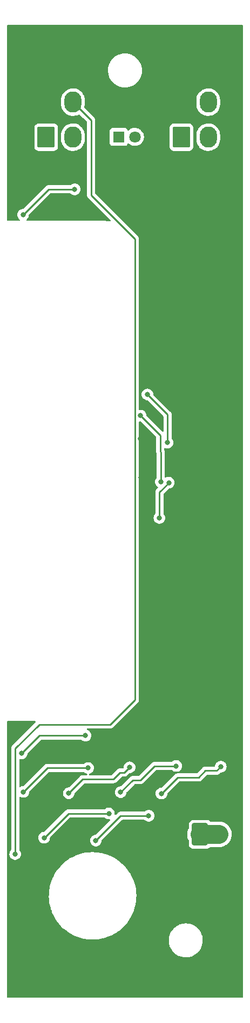
<source format=gbr>
%TF.GenerationSoftware,KiCad,Pcbnew,(6.0.9)*%
%TF.CreationDate,2022-12-18T00:28:21-09:00*%
%TF.ProjectId,PCB_ DEFOG PANEL,5043422c-2044-4454-964f-472050414e45,rev?*%
%TF.SameCoordinates,Original*%
%TF.FileFunction,Copper,L2,Bot*%
%TF.FilePolarity,Positive*%
%FSLAX46Y46*%
G04 Gerber Fmt 4.6, Leading zero omitted, Abs format (unit mm)*
G04 Created by KiCad (PCBNEW (6.0.9)) date 2022-12-18 00:28:21*
%MOMM*%
%LPD*%
G01*
G04 APERTURE LIST*
G04 Aperture macros list*
%AMRoundRect*
0 Rectangle with rounded corners*
0 $1 Rounding radius*
0 $2 $3 $4 $5 $6 $7 $8 $9 X,Y pos of 4 corners*
0 Add a 4 corners polygon primitive as box body*
4,1,4,$2,$3,$4,$5,$6,$7,$8,$9,$2,$3,0*
0 Add four circle primitives for the rounded corners*
1,1,$1+$1,$2,$3*
1,1,$1+$1,$4,$5*
1,1,$1+$1,$6,$7*
1,1,$1+$1,$8,$9*
0 Add four rect primitives between the rounded corners*
20,1,$1+$1,$2,$3,$4,$5,0*
20,1,$1+$1,$4,$5,$6,$7,0*
20,1,$1+$1,$6,$7,$8,$9,0*
20,1,$1+$1,$8,$9,$2,$3,0*%
G04 Aperture macros list end*
%TA.AperFunction,SMDPad,CuDef*%
%ADD10RoundRect,0.250000X1.000000X-1.500000X1.000000X1.500000X-1.000000X1.500000X-1.000000X-1.500000X0*%
%TD*%
%TA.AperFunction,ComponentPad*%
%ADD11R,1.800000X1.800000*%
%TD*%
%TA.AperFunction,ComponentPad*%
%ADD12C,1.800000*%
%TD*%
%TA.AperFunction,ComponentPad*%
%ADD13RoundRect,0.250001X-1.099999X-1.399999X1.099999X-1.399999X1.099999X1.399999X-1.099999X1.399999X0*%
%TD*%
%TA.AperFunction,ComponentPad*%
%ADD14O,2.700000X3.300000*%
%TD*%
%TA.AperFunction,ViaPad*%
%ADD15C,0.800000*%
%TD*%
%TA.AperFunction,Conductor*%
%ADD16C,3.000000*%
%TD*%
%TA.AperFunction,Conductor*%
%ADD17C,0.250000*%
%TD*%
G04 APERTURE END LIST*
D10*
%TO.P,C1,1*%
%TO.N,/LED+5V*%
X151450000Y-158220000D03*
%TO.P,C1,2*%
%TO.N,/LEDGND*%
X151450000Y-151720000D03*
%TD*%
D11*
%TO.P,D30,1,K*%
%TO.N,Net-(D30-Pad1)*%
X138710000Y-48780000D03*
D12*
%TO.P,D30,2,A*%
%TO.N,/LED+5V*%
X141250000Y-48780000D03*
%TD*%
D13*
%TO.P,J1,1,Pin_1*%
%TO.N,/LED+5V*%
X148530000Y-48820000D03*
D14*
%TO.P,J1,2,Pin_2*%
X152730000Y-48820000D03*
%TO.P,J1,3,Pin_3*%
%TO.N,/LEDGND*%
X148530000Y-43320000D03*
%TO.P,J1,4,Pin_4*%
%TO.N,/DATAIN*%
X152730000Y-43320000D03*
%TD*%
D13*
%TO.P,J2,1,Pin_1*%
%TO.N,/LED+5V*%
X127320000Y-48820000D03*
D14*
%TO.P,J2,2,Pin_2*%
X131520000Y-48820000D03*
%TO.P,J2,3,Pin_3*%
%TO.N,/LEDGND*%
X127320000Y-43320000D03*
%TO.P,J2,4,Pin_4*%
%TO.N,/DATAOUT*%
X131520000Y-43320000D03*
%TD*%
D15*
%TO.N,/LEDGND*%
X129540000Y-175260000D03*
X148590000Y-151638000D03*
X134366000Y-151384000D03*
X145401000Y-158101000D03*
X140706000Y-179822000D03*
X127254000Y-151384000D03*
X143256000Y-161290000D03*
X141224000Y-151638000D03*
X155956000Y-151638000D03*
X145542000Y-169926000D03*
X137922000Y-159258000D03*
X122440000Y-173724000D03*
X125984000Y-145288000D03*
X122428000Y-164592000D03*
X142130000Y-96156000D03*
X134609000Y-59955000D03*
X133480000Y-180724000D03*
X139808000Y-53447500D03*
X142160000Y-102188000D03*
X126800000Y-60900000D03*
X133289000Y-144465000D03*
X130302000Y-158242000D03*
X142240000Y-111252000D03*
%TO.N,/LED+5V*%
X152930000Y-158220000D03*
X154410000Y-158220000D03*
X153692000Y-158220000D03*
%TO.N,Net-(D1-Pad2)*%
X131800000Y-57000000D03*
X123700000Y-61000000D03*
%TO.N,Net-(D2-Pad2)*%
X146350000Y-96750000D03*
X143200000Y-89200000D03*
%TO.N,Net-(D3-Pad2)*%
X142130000Y-92530000D03*
X145300000Y-102900000D03*
%TO.N,Net-(D4-Pad2)*%
X145070000Y-108570000D03*
X146550000Y-103050000D03*
%TO.N,Net-(D6-Pad2)*%
X133485000Y-142715000D03*
X123500000Y-145500000D03*
%TO.N,Net-(D8-Pad2)*%
X133900000Y-147800000D03*
X123754000Y-151554000D03*
%TO.N,Net-(D10-Pad4)*%
X130866000Y-151766000D03*
X140400000Y-147700000D03*
%TO.N,Net-(D10-Pad2)*%
X147700000Y-147500000D03*
X139000000Y-151600000D03*
%TO.N,Net-(D11-Pad2)*%
X145400000Y-151820000D03*
X154700000Y-147600000D03*
%TO.N,Net-(D13-Pad2)*%
X137160000Y-154940000D03*
X127000000Y-158750000D03*
%TO.N,Net-(D14-Pad2)*%
X135100000Y-159200000D03*
X143400000Y-155300000D03*
%TO.N,/DATAOUT*%
X122460000Y-161322000D03*
%TD*%
D16*
%TO.N,/LED+5V*%
X154410000Y-158220000D02*
X154410000Y-158220000D01*
X153692000Y-158220000D02*
X154410000Y-158220000D01*
X152930000Y-158220000D02*
X153692000Y-158220000D01*
X151450000Y-158220000D02*
X152930000Y-158220000D01*
D17*
%TO.N,Net-(D1-Pad2)*%
X127700000Y-57000000D02*
X123700000Y-61000000D01*
X131800000Y-57000000D02*
X127700000Y-57000000D01*
%TO.N,Net-(D2-Pad2)*%
X146350000Y-92350000D02*
X143200000Y-89200000D01*
X146350000Y-96750000D02*
X146350000Y-92350000D01*
%TO.N,Net-(D3-Pad2)*%
X145300000Y-98252998D02*
X145200000Y-98152998D01*
X145300000Y-102900000D02*
X145300000Y-98252998D01*
X145200000Y-95600000D02*
X142130000Y-92530000D01*
X145200000Y-98152998D02*
X145200000Y-95600000D01*
%TO.N,Net-(D4-Pad2)*%
X145070000Y-108570000D02*
X145070000Y-104530000D01*
X145070000Y-104530000D02*
X146550000Y-103050000D01*
%TO.N,Net-(D6-Pad2)*%
X133485000Y-142715000D02*
X126285000Y-142715000D01*
X126285000Y-142715000D02*
X123500000Y-145500000D01*
%TO.N,Net-(D8-Pad2)*%
X133900000Y-147800000D02*
X127508000Y-147800000D01*
X127508000Y-147800000D02*
X123754000Y-151554000D01*
%TO.N,Net-(D10-Pad4)*%
X139574999Y-148525001D02*
X140400000Y-147700000D01*
X137866000Y-149566000D02*
X138906999Y-148525001D01*
X130866000Y-151766000D02*
X133066000Y-149566000D01*
X138906999Y-148525001D02*
X139574999Y-148525001D01*
X133066000Y-149566000D02*
X137866000Y-149566000D01*
%TO.N,Net-(D10-Pad2)*%
X142088998Y-149700000D02*
X140900000Y-149700000D01*
X140900000Y-149700000D02*
X139000000Y-151600000D01*
X147700000Y-147500000D02*
X144288998Y-147500000D01*
X144288998Y-147500000D02*
X142088998Y-149700000D01*
%TO.N,Net-(D11-Pad2)*%
X152274999Y-148225001D02*
X154074999Y-148225001D01*
X147920000Y-149300000D02*
X151200000Y-149300000D01*
X151200000Y-149300000D02*
X152274999Y-148225001D01*
X154074999Y-148225001D02*
X154700000Y-147600000D01*
X145400000Y-151820000D02*
X147920000Y-149300000D01*
%TO.N,Net-(D13-Pad2)*%
X137160000Y-154940000D02*
X130810000Y-154940000D01*
X130810000Y-154940000D02*
X127000000Y-158750000D01*
%TO.N,Net-(D14-Pad2)*%
X143400000Y-155300000D02*
X139000000Y-155300000D01*
X139000000Y-155300000D02*
X135100000Y-159200000D01*
%TO.N,/DATAOUT*%
X141224000Y-64770000D02*
X134366000Y-57912000D01*
X134366000Y-57912000D02*
X134366000Y-46166000D01*
X134366000Y-46166000D02*
X131520000Y-43320000D01*
X137393436Y-140970000D02*
X141224000Y-137139436D01*
X122460000Y-144748000D02*
X126238000Y-140970000D01*
X122460000Y-161322000D02*
X122460000Y-144748000D01*
X141224000Y-137139436D02*
X141224000Y-64770000D01*
X126238000Y-140970000D02*
X137393436Y-140970000D01*
%TD*%
%TA.AperFunction,Conductor*%
%TO.N,/LEDGND*%
G36*
X158167637Y-31246129D02*
G01*
X158214130Y-31299785D01*
X158225516Y-31352127D01*
X158225516Y-183753125D01*
X158205514Y-183821246D01*
X158151858Y-183867739D01*
X158099516Y-183879125D01*
X121268516Y-183879125D01*
X121200395Y-183859123D01*
X121153902Y-183805467D01*
X121142516Y-183753125D01*
X121142516Y-174834707D01*
X146543148Y-174834707D01*
X146543337Y-174838499D01*
X146544538Y-174862625D01*
X146547318Y-174918458D01*
X146559102Y-175155178D01*
X146559745Y-175158918D01*
X146596135Y-175370695D01*
X146613441Y-175471412D01*
X146614529Y-175475051D01*
X146614530Y-175475054D01*
X146654605Y-175609053D01*
X146705378Y-175778827D01*
X146706891Y-175782298D01*
X146706893Y-175782304D01*
X146740955Y-175860454D01*
X146833580Y-176072970D01*
X146835503Y-176076241D01*
X146835505Y-176076245D01*
X146994269Y-176346311D01*
X146994274Y-176346319D01*
X146996192Y-176349581D01*
X146998493Y-176352596D01*
X147100711Y-176486533D01*
X147190857Y-176604653D01*
X147193505Y-176607372D01*
X147193510Y-176607377D01*
X147412109Y-176831776D01*
X147414755Y-176834492D01*
X147417699Y-176836863D01*
X147417702Y-176836866D01*
X147661691Y-177033389D01*
X147661696Y-177033393D01*
X147664644Y-177035767D01*
X147936904Y-177205564D01*
X148227591Y-177341422D01*
X148231201Y-177342605D01*
X148231205Y-177342607D01*
X148528890Y-177440193D01*
X148528897Y-177440195D01*
X148532494Y-177441374D01*
X148847196Y-177503973D01*
X148981684Y-177514203D01*
X149163363Y-177528023D01*
X149163368Y-177528023D01*
X149167140Y-177528310D01*
X149487690Y-177514034D01*
X149491439Y-177513410D01*
X149800463Y-177461975D01*
X149800468Y-177461974D01*
X149804204Y-177461352D01*
X149939581Y-177421637D01*
X150108470Y-177372090D01*
X150108474Y-177372089D01*
X150112096Y-177371026D01*
X150406907Y-177244366D01*
X150684366Y-177083205D01*
X150687388Y-177080924D01*
X150687392Y-177080921D01*
X150937430Y-176892161D01*
X150937431Y-176892160D01*
X150940454Y-176889878D01*
X151171461Y-176667186D01*
X151173855Y-176664245D01*
X151173860Y-176664240D01*
X151371648Y-176421295D01*
X151371651Y-176421291D01*
X151374042Y-176418354D01*
X151545262Y-176146987D01*
X151682640Y-175857016D01*
X151784188Y-175552640D01*
X151848433Y-175238270D01*
X151874445Y-174918458D01*
X151875030Y-174862625D01*
X151873119Y-174830918D01*
X151855949Y-174546117D01*
X151855949Y-174546113D01*
X151855721Y-174542339D01*
X151798074Y-174226691D01*
X151702923Y-173920256D01*
X151689693Y-173890748D01*
X151686906Y-173884533D01*
X151571647Y-173627471D01*
X151406148Y-173352578D01*
X151403821Y-173349594D01*
X151403816Y-173349587D01*
X151211159Y-173102553D01*
X151211157Y-173102550D01*
X151208823Y-173099558D01*
X150982529Y-172872077D01*
X150730546Y-172673430D01*
X150712937Y-172662702D01*
X150459755Y-172508462D01*
X150456523Y-172506493D01*
X150453079Y-172504927D01*
X150453075Y-172504925D01*
X150333537Y-172450575D01*
X150164430Y-172373687D01*
X149858497Y-172276933D01*
X149543156Y-172217633D01*
X149222975Y-172196648D01*
X149219195Y-172196856D01*
X149219194Y-172196856D01*
X149105923Y-172203089D01*
X148902592Y-172214279D01*
X148586647Y-172270273D01*
X148583022Y-172271378D01*
X148583017Y-172271379D01*
X148360032Y-172339340D01*
X148279718Y-172363818D01*
X147986250Y-172493559D01*
X147876681Y-172558746D01*
X147713749Y-172655680D01*
X147713743Y-172655684D01*
X147710494Y-172657617D01*
X147707502Y-172659925D01*
X147707498Y-172659928D01*
X147510139Y-172812189D01*
X147456444Y-172853614D01*
X147453742Y-172856274D01*
X147453735Y-172856280D01*
X147230489Y-173076047D01*
X147227781Y-173078713D01*
X147225417Y-173081680D01*
X147225414Y-173081683D01*
X147038387Y-173316388D01*
X147027817Y-173329653D01*
X146859449Y-173602798D01*
X146857860Y-173606245D01*
X146726701Y-173890748D01*
X146726697Y-173890758D01*
X146725114Y-173894192D01*
X146723955Y-173897792D01*
X146723952Y-173897799D01*
X146653622Y-174116197D01*
X146626760Y-174199614D01*
X146626041Y-174203330D01*
X146626039Y-174203338D01*
X146575359Y-174465284D01*
X146565810Y-174514640D01*
X146565543Y-174518416D01*
X146565542Y-174518421D01*
X146550623Y-174729133D01*
X146543148Y-174834707D01*
X121142516Y-174834707D01*
X121142516Y-167949498D01*
X127740855Y-167949498D01*
X127765563Y-168463887D01*
X127828770Y-168974975D01*
X127930119Y-169479886D01*
X127930758Y-169482167D01*
X128011246Y-169769472D01*
X128069041Y-169975776D01*
X128069848Y-169977999D01*
X128171785Y-170258831D01*
X128244752Y-170459854D01*
X128245715Y-170461993D01*
X128245720Y-170462004D01*
X128434779Y-170881698D01*
X128456265Y-170929395D01*
X128457394Y-170931470D01*
X128701259Y-171379681D01*
X128701266Y-171379692D01*
X128702388Y-171381755D01*
X128981736Y-171814388D01*
X129292735Y-172224858D01*
X129492082Y-172450575D01*
X129531759Y-172495500D01*
X129633636Y-172610854D01*
X129684012Y-172659928D01*
X129925565Y-172895239D01*
X130002518Y-172970204D01*
X130004339Y-172971729D01*
X130004342Y-172971732D01*
X130153732Y-173096863D01*
X130397306Y-173300883D01*
X130815776Y-173601031D01*
X131255573Y-173868958D01*
X131257675Y-173870031D01*
X131257678Y-173870033D01*
X131712132Y-174102089D01*
X131712147Y-174102096D01*
X131714221Y-174103155D01*
X131716381Y-174104061D01*
X131716388Y-174104064D01*
X132186963Y-174301392D01*
X132189138Y-174302304D01*
X132677650Y-174465284D01*
X133177006Y-174591177D01*
X133179314Y-174591578D01*
X133179320Y-174591579D01*
X133456867Y-174639769D01*
X133684397Y-174679275D01*
X133686744Y-174679503D01*
X133686751Y-174679504D01*
X134194604Y-174728852D01*
X134194615Y-174728853D01*
X134196965Y-174729081D01*
X134199323Y-174729132D01*
X134199332Y-174729133D01*
X134512438Y-174735964D01*
X134711824Y-174740315D01*
X134952858Y-174727472D01*
X135223732Y-174713039D01*
X135223735Y-174713039D01*
X135226076Y-174712914D01*
X135500472Y-174677520D01*
X135734480Y-174647336D01*
X135734490Y-174647334D01*
X135736826Y-174647033D01*
X136241199Y-174543041D01*
X136243463Y-174542394D01*
X136243471Y-174542392D01*
X136734089Y-174402173D01*
X136734098Y-174402170D01*
X136736355Y-174401525D01*
X136738558Y-174400712D01*
X136738565Y-174400710D01*
X137217277Y-174224104D01*
X137217284Y-174224101D01*
X137219507Y-174223281D01*
X137687934Y-174009313D01*
X137893228Y-173896218D01*
X138136941Y-173761958D01*
X138136946Y-173761955D01*
X138138999Y-173760824D01*
X138140949Y-173759551D01*
X138140963Y-173759542D01*
X138568180Y-173480511D01*
X138570163Y-173479216D01*
X138578612Y-173472745D01*
X138758736Y-173334780D01*
X138978999Y-173166071D01*
X139363205Y-172823154D01*
X139507540Y-172673430D01*
X139718982Y-172454092D01*
X139720618Y-172452395D01*
X140049226Y-172055882D01*
X140347179Y-171635845D01*
X140422901Y-171510072D01*
X140611579Y-171196679D01*
X140611583Y-171196672D01*
X140612799Y-171194652D01*
X140844592Y-170734784D01*
X141041251Y-170258831D01*
X141201671Y-169769472D01*
X141324948Y-169269463D01*
X141351427Y-169112079D01*
X141409994Y-168763959D01*
X141410388Y-168761618D01*
X141457509Y-168248797D01*
X141467553Y-167877625D01*
X141448233Y-167363006D01*
X141390382Y-166851284D01*
X141294326Y-166345340D01*
X141179711Y-165919081D01*
X141161215Y-165850293D01*
X141161212Y-165850284D01*
X141160604Y-165848022D01*
X140989971Y-165362130D01*
X140989032Y-165359987D01*
X140989027Y-165359973D01*
X140784334Y-164892562D01*
X140784332Y-164892558D01*
X140783387Y-164890400D01*
X140615163Y-164573349D01*
X140543130Y-164437588D01*
X140543127Y-164437583D01*
X140542015Y-164435487D01*
X140267213Y-163999953D01*
X139960529Y-163586249D01*
X139839927Y-163446777D01*
X139625241Y-163198498D01*
X139625231Y-163198487D01*
X139623689Y-163196704D01*
X139258590Y-162833511D01*
X138867287Y-162498716D01*
X138630624Y-162325187D01*
X138453904Y-162195611D01*
X138453899Y-162195608D01*
X138451982Y-162194202D01*
X138449954Y-162192937D01*
X138017028Y-161922940D01*
X138017020Y-161922935D01*
X138015015Y-161921685D01*
X137558845Y-161682698D01*
X137556697Y-161681771D01*
X137556683Y-161681764D01*
X137088192Y-161479515D01*
X137088191Y-161479515D01*
X137086040Y-161478586D01*
X136908729Y-161417360D01*
X136601489Y-161311269D01*
X136601481Y-161311267D01*
X136599261Y-161310500D01*
X136337495Y-161241582D01*
X136103527Y-161179983D01*
X136103515Y-161179980D01*
X136101250Y-161179384D01*
X136098938Y-161178958D01*
X136098931Y-161178956D01*
X135810689Y-161125794D01*
X135594810Y-161085978D01*
X135082792Y-161030807D01*
X135080414Y-161030730D01*
X135080411Y-161030730D01*
X134570439Y-161014258D01*
X134570433Y-161014258D01*
X134568079Y-161014182D01*
X134053568Y-161036196D01*
X133816086Y-161064304D01*
X133544493Y-161096449D01*
X133544483Y-161096451D01*
X133542156Y-161096726D01*
X133539843Y-161097178D01*
X133539841Y-161097178D01*
X133039035Y-161194978D01*
X133039032Y-161194979D01*
X133036721Y-161195430D01*
X132540111Y-161331753D01*
X132537889Y-161332547D01*
X132537884Y-161332548D01*
X132128892Y-161478586D01*
X132055119Y-161504928D01*
X131775518Y-161629123D01*
X131586658Y-161713011D01*
X131586653Y-161713014D01*
X131584477Y-161713980D01*
X131582385Y-161715104D01*
X131582377Y-161715108D01*
X131132920Y-161956610D01*
X131132906Y-161956618D01*
X131130835Y-161957731D01*
X130696745Y-162234809D01*
X130284652Y-162543655D01*
X130282880Y-162545203D01*
X130282872Y-162545210D01*
X129951068Y-162835172D01*
X129896876Y-162882530D01*
X129895226Y-162884206D01*
X129895224Y-162884208D01*
X129537265Y-163247834D01*
X129537257Y-163247843D01*
X129535600Y-163249526D01*
X129534075Y-163251328D01*
X129534069Y-163251334D01*
X129315632Y-163509362D01*
X129202858Y-163642576D01*
X128900523Y-164059469D01*
X128899288Y-164061472D01*
X128899283Y-164061480D01*
X128667448Y-164437588D01*
X128630297Y-164497858D01*
X128629208Y-164499964D01*
X128629206Y-164499967D01*
X128428339Y-164888309D01*
X128393702Y-164955273D01*
X128392781Y-164957438D01*
X128392777Y-164957446D01*
X128196748Y-165418144D01*
X128192069Y-165429141D01*
X128026534Y-165916792D01*
X127898028Y-166415483D01*
X127837818Y-166751795D01*
X127820424Y-166848956D01*
X127807274Y-166922405D01*
X127807033Y-166924760D01*
X127807032Y-166924765D01*
X127762373Y-167360648D01*
X127754785Y-167434705D01*
X127746662Y-167734904D01*
X127740855Y-167949498D01*
X121142516Y-167949498D01*
X121142516Y-140572125D01*
X121162518Y-140504004D01*
X121216174Y-140457511D01*
X121268516Y-140446125D01*
X125561781Y-140446125D01*
X125629902Y-140466127D01*
X125676395Y-140519783D01*
X125686499Y-140590057D01*
X125657005Y-140654637D01*
X125650876Y-140661220D01*
X122067747Y-144244348D01*
X122059461Y-144251888D01*
X122052982Y-144256000D01*
X122047557Y-144261777D01*
X122006357Y-144305651D01*
X122003602Y-144308493D01*
X121983865Y-144328230D01*
X121981385Y-144331427D01*
X121973682Y-144340447D01*
X121943414Y-144372679D01*
X121939595Y-144379625D01*
X121939593Y-144379628D01*
X121933652Y-144390434D01*
X121922801Y-144406953D01*
X121910386Y-144422959D01*
X121907241Y-144430228D01*
X121907238Y-144430232D01*
X121892826Y-144463537D01*
X121887609Y-144474187D01*
X121866305Y-144512940D01*
X121864334Y-144520615D01*
X121864334Y-144520616D01*
X121861267Y-144532562D01*
X121854863Y-144551266D01*
X121846819Y-144569855D01*
X121845580Y-144577678D01*
X121845577Y-144577688D01*
X121839901Y-144613524D01*
X121837495Y-144625144D01*
X121826500Y-144667970D01*
X121826500Y-144688224D01*
X121824949Y-144707934D01*
X121821780Y-144727943D01*
X121822526Y-144735835D01*
X121825941Y-144771961D01*
X121826500Y-144783819D01*
X121826500Y-160619476D01*
X121806498Y-160687597D01*
X121794142Y-160703779D01*
X121720960Y-160785056D01*
X121625473Y-160950444D01*
X121566458Y-161132072D01*
X121546496Y-161322000D01*
X121547186Y-161328565D01*
X121562954Y-161478586D01*
X121566458Y-161511928D01*
X121625473Y-161693556D01*
X121720960Y-161858944D01*
X121848747Y-162000866D01*
X122003248Y-162113118D01*
X122009276Y-162115802D01*
X122009278Y-162115803D01*
X122171681Y-162188109D01*
X122177712Y-162190794D01*
X122271112Y-162210647D01*
X122358056Y-162229128D01*
X122358061Y-162229128D01*
X122364513Y-162230500D01*
X122555487Y-162230500D01*
X122561939Y-162229128D01*
X122561944Y-162229128D01*
X122648888Y-162210647D01*
X122742288Y-162190794D01*
X122748319Y-162188109D01*
X122910722Y-162115803D01*
X122910724Y-162115802D01*
X122916752Y-162113118D01*
X123071253Y-162000866D01*
X123199040Y-161858944D01*
X123294527Y-161693556D01*
X123353542Y-161511928D01*
X123357047Y-161478586D01*
X123372814Y-161328565D01*
X123373504Y-161322000D01*
X123353542Y-161132072D01*
X123294527Y-160950444D01*
X123199040Y-160785056D01*
X123125863Y-160703785D01*
X123095147Y-160639779D01*
X123093500Y-160619476D01*
X123093500Y-158750000D01*
X126086496Y-158750000D01*
X126106458Y-158939928D01*
X126165473Y-159121556D01*
X126260960Y-159286944D01*
X126265378Y-159291851D01*
X126265379Y-159291852D01*
X126314028Y-159345882D01*
X126388747Y-159428866D01*
X126543248Y-159541118D01*
X126549276Y-159543802D01*
X126549278Y-159543803D01*
X126611613Y-159571556D01*
X126717712Y-159618794D01*
X126811113Y-159638647D01*
X126898056Y-159657128D01*
X126898061Y-159657128D01*
X126904513Y-159658500D01*
X127095487Y-159658500D01*
X127101939Y-159657128D01*
X127101944Y-159657128D01*
X127188887Y-159638647D01*
X127282288Y-159618794D01*
X127388387Y-159571556D01*
X127450722Y-159543803D01*
X127450724Y-159543802D01*
X127456752Y-159541118D01*
X127611253Y-159428866D01*
X127685972Y-159345882D01*
X127734621Y-159291852D01*
X127734622Y-159291851D01*
X127739040Y-159286944D01*
X127834527Y-159121556D01*
X127893542Y-158939928D01*
X127910907Y-158774706D01*
X127937920Y-158709050D01*
X127947122Y-158698782D01*
X131035499Y-155610405D01*
X131097811Y-155576379D01*
X131124594Y-155573500D01*
X136451800Y-155573500D01*
X136519921Y-155593502D01*
X136539147Y-155609843D01*
X136539420Y-155609540D01*
X136544332Y-155613963D01*
X136548747Y-155618866D01*
X136703248Y-155731118D01*
X136709276Y-155733802D01*
X136709278Y-155733803D01*
X136871681Y-155806109D01*
X136877712Y-155808794D01*
X136971112Y-155828647D01*
X137058056Y-155847128D01*
X137058061Y-155847128D01*
X137064513Y-155848500D01*
X137251406Y-155848500D01*
X137319527Y-155868502D01*
X137366020Y-155922158D01*
X137376124Y-155992432D01*
X137346630Y-156057012D01*
X137340506Y-156063590D01*
X136194442Y-157209653D01*
X135149500Y-158254595D01*
X135087188Y-158288621D01*
X135060405Y-158291500D01*
X135004513Y-158291500D01*
X134998061Y-158292872D01*
X134998056Y-158292872D01*
X134911113Y-158311353D01*
X134817712Y-158331206D01*
X134811682Y-158333891D01*
X134811681Y-158333891D01*
X134649278Y-158406197D01*
X134649276Y-158406198D01*
X134643248Y-158408882D01*
X134637907Y-158412762D01*
X134637906Y-158412763D01*
X134587843Y-158449136D01*
X134488747Y-158521134D01*
X134484326Y-158526044D01*
X134484325Y-158526045D01*
X134441243Y-158573893D01*
X134360960Y-158663056D01*
X134265473Y-158828444D01*
X134206458Y-159010072D01*
X134186496Y-159200000D01*
X134187186Y-159206565D01*
X134201829Y-159345882D01*
X134206458Y-159389928D01*
X134265473Y-159571556D01*
X134360960Y-159736944D01*
X134488747Y-159878866D01*
X134643248Y-159991118D01*
X134649276Y-159993802D01*
X134649278Y-159993803D01*
X134796471Y-160059337D01*
X134817712Y-160068794D01*
X134911112Y-160088647D01*
X134998056Y-160107128D01*
X134998061Y-160107128D01*
X135004513Y-160108500D01*
X135195487Y-160108500D01*
X135201939Y-160107128D01*
X135201944Y-160107128D01*
X135288888Y-160088647D01*
X135382288Y-160068794D01*
X135403529Y-160059337D01*
X135550722Y-159993803D01*
X135550724Y-159993802D01*
X135556752Y-159991118D01*
X135711253Y-159878866D01*
X135839040Y-159736944D01*
X135934527Y-159571556D01*
X135993542Y-159389928D01*
X136010907Y-159224706D01*
X136037920Y-159159050D01*
X136047122Y-159148782D01*
X137046171Y-158149733D01*
X149437822Y-158149733D01*
X149437975Y-158154121D01*
X149437975Y-158154127D01*
X149446872Y-158408882D01*
X149447625Y-158430458D01*
X149448387Y-158434781D01*
X149448388Y-158434788D01*
X149472164Y-158569624D01*
X149496402Y-158707087D01*
X149583203Y-158974235D01*
X149585131Y-158978188D01*
X149585133Y-158978193D01*
X149678748Y-159170131D01*
X149691500Y-159225366D01*
X149691500Y-159770400D01*
X149702474Y-159876166D01*
X149758450Y-160043946D01*
X149851522Y-160194348D01*
X149976697Y-160319305D01*
X149982927Y-160323145D01*
X149982928Y-160323146D01*
X150120090Y-160407694D01*
X150127262Y-160412115D01*
X150207005Y-160438564D01*
X150288611Y-160465632D01*
X150288613Y-160465632D01*
X150295139Y-160467797D01*
X150301975Y-160468497D01*
X150301978Y-160468498D01*
X150345031Y-160472909D01*
X150399600Y-160478500D01*
X152500400Y-160478500D01*
X152503646Y-160478163D01*
X152503650Y-160478163D01*
X152599308Y-160468238D01*
X152599312Y-160468237D01*
X152606166Y-160467526D01*
X152612702Y-160465345D01*
X152612704Y-160465345D01*
X152744806Y-160421272D01*
X152773946Y-160411550D01*
X152924348Y-160318478D01*
X152977252Y-160265482D01*
X153039535Y-160231403D01*
X153066425Y-160228500D01*
X154480146Y-160228500D01*
X154482332Y-160228347D01*
X154482336Y-160228347D01*
X154685827Y-160214118D01*
X154685832Y-160214117D01*
X154690212Y-160213811D01*
X154964970Y-160155409D01*
X154969099Y-160153906D01*
X154969103Y-160153905D01*
X155224781Y-160060846D01*
X155224785Y-160060844D01*
X155228926Y-160059337D01*
X155476942Y-159927464D01*
X155480503Y-159924877D01*
X155700629Y-159764947D01*
X155700632Y-159764944D01*
X155704192Y-159762358D01*
X155906252Y-159567231D01*
X156079188Y-159345882D01*
X156081384Y-159342078D01*
X156081389Y-159342071D01*
X156195206Y-159144933D01*
X156219636Y-159102619D01*
X156324862Y-158842176D01*
X156358544Y-158707087D01*
X156391753Y-158573893D01*
X156391754Y-158573888D01*
X156392817Y-158569624D01*
X156397398Y-158526045D01*
X156421719Y-158294636D01*
X156421719Y-158294633D01*
X156422178Y-158290267D01*
X156422025Y-158285873D01*
X156412529Y-158013939D01*
X156412528Y-158013933D01*
X156412375Y-158009542D01*
X156403443Y-157958882D01*
X156364360Y-157737236D01*
X156363598Y-157732913D01*
X156276797Y-157465765D01*
X156153660Y-157213298D01*
X156151205Y-157209659D01*
X156151202Y-157209653D01*
X156078110Y-157101290D01*
X155996585Y-156980424D01*
X155808629Y-156771678D01*
X155593450Y-156591121D01*
X155355236Y-156442269D01*
X155098625Y-156328018D01*
X154828610Y-156250593D01*
X154824260Y-156249982D01*
X154824257Y-156249981D01*
X154721310Y-156235513D01*
X154550448Y-156211500D01*
X153066393Y-156211500D01*
X152998272Y-156191498D01*
X152977375Y-156174673D01*
X152928483Y-156125866D01*
X152923303Y-156120695D01*
X152917072Y-156116854D01*
X152778968Y-156031725D01*
X152778966Y-156031724D01*
X152772738Y-156027885D01*
X152665850Y-155992432D01*
X152611389Y-155974368D01*
X152611387Y-155974368D01*
X152604861Y-155972203D01*
X152598025Y-155971503D01*
X152598022Y-155971502D01*
X152554969Y-155967091D01*
X152500400Y-155961500D01*
X150399600Y-155961500D01*
X150396354Y-155961837D01*
X150396350Y-155961837D01*
X150300692Y-155971762D01*
X150300688Y-155971763D01*
X150293834Y-155972474D01*
X150287298Y-155974655D01*
X150287296Y-155974655D01*
X150155194Y-156018728D01*
X150126054Y-156028450D01*
X149975652Y-156121522D01*
X149850695Y-156246697D01*
X149757885Y-156397262D01*
X149702203Y-156565139D01*
X149691500Y-156669600D01*
X149691500Y-157215050D01*
X149674619Y-157278049D01*
X149640364Y-157337381D01*
X149535138Y-157597824D01*
X149534073Y-157602097D01*
X149534072Y-157602099D01*
X149474041Y-157842872D01*
X149467183Y-157870376D01*
X149466724Y-157874744D01*
X149466723Y-157874749D01*
X149458163Y-157956197D01*
X149437822Y-158149733D01*
X137046171Y-158149733D01*
X139225500Y-155970405D01*
X139287812Y-155936379D01*
X139314595Y-155933500D01*
X142691800Y-155933500D01*
X142759921Y-155953502D01*
X142779147Y-155969843D01*
X142779420Y-155969540D01*
X142784332Y-155973963D01*
X142788747Y-155978866D01*
X142807419Y-155992432D01*
X142862301Y-156032306D01*
X142943248Y-156091118D01*
X142949276Y-156093802D01*
X142949278Y-156093803D01*
X143111681Y-156166109D01*
X143117712Y-156168794D01*
X143211113Y-156188647D01*
X143298056Y-156207128D01*
X143298061Y-156207128D01*
X143304513Y-156208500D01*
X143495487Y-156208500D01*
X143501939Y-156207128D01*
X143501944Y-156207128D01*
X143588887Y-156188647D01*
X143682288Y-156168794D01*
X143688319Y-156166109D01*
X143850722Y-156093803D01*
X143850724Y-156093802D01*
X143856752Y-156091118D01*
X144011253Y-155978866D01*
X144017008Y-155972474D01*
X144134621Y-155841852D01*
X144134622Y-155841851D01*
X144139040Y-155836944D01*
X144200139Y-155731118D01*
X144231223Y-155677279D01*
X144231224Y-155677278D01*
X144234527Y-155671556D01*
X144293542Y-155489928D01*
X144313504Y-155300000D01*
X144312814Y-155293435D01*
X144294232Y-155116635D01*
X144294232Y-155116633D01*
X144293542Y-155110072D01*
X144234527Y-154928444D01*
X144139040Y-154763056D01*
X144122882Y-154745110D01*
X144015675Y-154626045D01*
X144015674Y-154626044D01*
X144011253Y-154621134D01*
X143856752Y-154508882D01*
X143850724Y-154506198D01*
X143850722Y-154506197D01*
X143688319Y-154433891D01*
X143688318Y-154433891D01*
X143682288Y-154431206D01*
X143582174Y-154409926D01*
X143501944Y-154392872D01*
X143501939Y-154392872D01*
X143495487Y-154391500D01*
X143304513Y-154391500D01*
X143298061Y-154392872D01*
X143298056Y-154392872D01*
X143217826Y-154409926D01*
X143117712Y-154431206D01*
X143111682Y-154433891D01*
X143111681Y-154433891D01*
X142949278Y-154506197D01*
X142949276Y-154506198D01*
X142943248Y-154508882D01*
X142788747Y-154621134D01*
X142784332Y-154626037D01*
X142779420Y-154630460D01*
X142778295Y-154629211D01*
X142724986Y-154662051D01*
X142691800Y-154666500D01*
X139078767Y-154666500D01*
X139067584Y-154665973D01*
X139060091Y-154664298D01*
X139052165Y-154664547D01*
X139052164Y-154664547D01*
X138992001Y-154666438D01*
X138988043Y-154666500D01*
X138960144Y-154666500D01*
X138956154Y-154667004D01*
X138944320Y-154667936D01*
X138900111Y-154669326D01*
X138892497Y-154671538D01*
X138892492Y-154671539D01*
X138880659Y-154674977D01*
X138861296Y-154678988D01*
X138841203Y-154681526D01*
X138833836Y-154684443D01*
X138833831Y-154684444D01*
X138800092Y-154697802D01*
X138788865Y-154701646D01*
X138746407Y-154713982D01*
X138739581Y-154718019D01*
X138728972Y-154724293D01*
X138711224Y-154732988D01*
X138692383Y-154740448D01*
X138685967Y-154745110D01*
X138685966Y-154745110D01*
X138656613Y-154766436D01*
X138646693Y-154772952D01*
X138615465Y-154791420D01*
X138615462Y-154791422D01*
X138608638Y-154795458D01*
X138594317Y-154809779D01*
X138579284Y-154822619D01*
X138562893Y-154834528D01*
X138557842Y-154840634D01*
X138534702Y-154868605D01*
X138526712Y-154877384D01*
X138279227Y-155124869D01*
X138216915Y-155158895D01*
X138146100Y-155153830D01*
X138089264Y-155111283D01*
X138064453Y-155044763D01*
X138064822Y-155022603D01*
X138072814Y-154946564D01*
X138073504Y-154940000D01*
X138060555Y-154816793D01*
X138054232Y-154756635D01*
X138054232Y-154756633D01*
X138053542Y-154750072D01*
X137994527Y-154568444D01*
X137962380Y-154512763D01*
X137940304Y-154474528D01*
X137899040Y-154403056D01*
X137882881Y-154385109D01*
X137775675Y-154266045D01*
X137775674Y-154266044D01*
X137771253Y-154261134D01*
X137616752Y-154148882D01*
X137610724Y-154146198D01*
X137610722Y-154146197D01*
X137448319Y-154073891D01*
X137448318Y-154073891D01*
X137442288Y-154071206D01*
X137348887Y-154051353D01*
X137261944Y-154032872D01*
X137261939Y-154032872D01*
X137255487Y-154031500D01*
X137064513Y-154031500D01*
X137058061Y-154032872D01*
X137058056Y-154032872D01*
X136971113Y-154051353D01*
X136877712Y-154071206D01*
X136871682Y-154073891D01*
X136871681Y-154073891D01*
X136709278Y-154146197D01*
X136709276Y-154146198D01*
X136703248Y-154148882D01*
X136548747Y-154261134D01*
X136544332Y-154266037D01*
X136539420Y-154270460D01*
X136538295Y-154269211D01*
X136484986Y-154302051D01*
X136451800Y-154306500D01*
X130888768Y-154306500D01*
X130877585Y-154305973D01*
X130870092Y-154304298D01*
X130862166Y-154304547D01*
X130862165Y-154304547D01*
X130802002Y-154306438D01*
X130798044Y-154306500D01*
X130770144Y-154306500D01*
X130766154Y-154307004D01*
X130754320Y-154307936D01*
X130710111Y-154309326D01*
X130702495Y-154311539D01*
X130702493Y-154311539D01*
X130690652Y-154314979D01*
X130671293Y-154318988D01*
X130669983Y-154319154D01*
X130651203Y-154321526D01*
X130643837Y-154324442D01*
X130643831Y-154324444D01*
X130610098Y-154337800D01*
X130598868Y-154341645D01*
X130564017Y-154351770D01*
X130556407Y-154353981D01*
X130549584Y-154358016D01*
X130538966Y-154364295D01*
X130521213Y-154372992D01*
X130513568Y-154376019D01*
X130502383Y-154380448D01*
X130495968Y-154385109D01*
X130466612Y-154406437D01*
X130456695Y-154412951D01*
X130418638Y-154435458D01*
X130404317Y-154449779D01*
X130389284Y-154462619D01*
X130372893Y-154474528D01*
X130367842Y-154480634D01*
X130344702Y-154508605D01*
X130336712Y-154517384D01*
X127049500Y-157804595D01*
X126987188Y-157838621D01*
X126960405Y-157841500D01*
X126904513Y-157841500D01*
X126898061Y-157842872D01*
X126898056Y-157842872D01*
X126811112Y-157861353D01*
X126717712Y-157881206D01*
X126711682Y-157883891D01*
X126711681Y-157883891D01*
X126549278Y-157956197D01*
X126549276Y-157956198D01*
X126543248Y-157958882D01*
X126388747Y-158071134D01*
X126260960Y-158213056D01*
X126165473Y-158378444D01*
X126106458Y-158560072D01*
X126086496Y-158750000D01*
X123093500Y-158750000D01*
X123093500Y-152444375D01*
X123113502Y-152376254D01*
X123167158Y-152329761D01*
X123237432Y-152319657D01*
X123285482Y-152339161D01*
X123286189Y-152337936D01*
X123291907Y-152341237D01*
X123297248Y-152345118D01*
X123303276Y-152347802D01*
X123303278Y-152347803D01*
X123465681Y-152420109D01*
X123471712Y-152422794D01*
X123552448Y-152439955D01*
X123652056Y-152461128D01*
X123652061Y-152461128D01*
X123658513Y-152462500D01*
X123849487Y-152462500D01*
X123855939Y-152461128D01*
X123855944Y-152461128D01*
X123955552Y-152439955D01*
X124036288Y-152422794D01*
X124042319Y-152420109D01*
X124204722Y-152347803D01*
X124204724Y-152347802D01*
X124210752Y-152345118D01*
X124365253Y-152232866D01*
X124414500Y-152178172D01*
X124488621Y-152095852D01*
X124488622Y-152095851D01*
X124493040Y-152090944D01*
X124561969Y-151971556D01*
X124585223Y-151931279D01*
X124585224Y-151931278D01*
X124588527Y-151925556D01*
X124647542Y-151743928D01*
X124664907Y-151578706D01*
X124691920Y-151513050D01*
X124701122Y-151502782D01*
X127733499Y-148470405D01*
X127795811Y-148436379D01*
X127822594Y-148433500D01*
X133191800Y-148433500D01*
X133259921Y-148453502D01*
X133279147Y-148469843D01*
X133279420Y-148469540D01*
X133284332Y-148473963D01*
X133288747Y-148478866D01*
X133300269Y-148487237D01*
X133329535Y-148508500D01*
X133443248Y-148591118D01*
X133449276Y-148593802D01*
X133449278Y-148593803D01*
X133608173Y-148664547D01*
X133617712Y-148668794D01*
X133677611Y-148681526D01*
X133685736Y-148683253D01*
X133748209Y-148716982D01*
X133782531Y-148779131D01*
X133777803Y-148849970D01*
X133735527Y-148907008D01*
X133669126Y-148932135D01*
X133659539Y-148932500D01*
X133144767Y-148932500D01*
X133133584Y-148931973D01*
X133126091Y-148930298D01*
X133118165Y-148930547D01*
X133118164Y-148930547D01*
X133058001Y-148932438D01*
X133054043Y-148932500D01*
X133026144Y-148932500D01*
X133022154Y-148933004D01*
X133010320Y-148933936D01*
X132966111Y-148935326D01*
X132958497Y-148937538D01*
X132958492Y-148937539D01*
X132946659Y-148940977D01*
X132927296Y-148944988D01*
X132907203Y-148947526D01*
X132899836Y-148950443D01*
X132899831Y-148950444D01*
X132866092Y-148963802D01*
X132854865Y-148967646D01*
X132812407Y-148979982D01*
X132805581Y-148984019D01*
X132794972Y-148990293D01*
X132777224Y-148998988D01*
X132758383Y-149006448D01*
X132751967Y-149011110D01*
X132751966Y-149011110D01*
X132722613Y-149032436D01*
X132712693Y-149038952D01*
X132681465Y-149057420D01*
X132681462Y-149057422D01*
X132674638Y-149061458D01*
X132660317Y-149075779D01*
X132645284Y-149088619D01*
X132628893Y-149100528D01*
X132605057Y-149129341D01*
X132600702Y-149134605D01*
X132592712Y-149143384D01*
X130915500Y-150820595D01*
X130853188Y-150854621D01*
X130826405Y-150857500D01*
X130770513Y-150857500D01*
X130764061Y-150858872D01*
X130764056Y-150858872D01*
X130687552Y-150875134D01*
X130583712Y-150897206D01*
X130577682Y-150899891D01*
X130577681Y-150899891D01*
X130415278Y-150972197D01*
X130415276Y-150972198D01*
X130409248Y-150974882D01*
X130254747Y-151087134D01*
X130250326Y-151092044D01*
X130250325Y-151092045D01*
X130209622Y-151137251D01*
X130126960Y-151229056D01*
X130031473Y-151394444D01*
X129972458Y-151576072D01*
X129952496Y-151766000D01*
X129953186Y-151772565D01*
X129958862Y-151826565D01*
X129972458Y-151955928D01*
X130031473Y-152137556D01*
X130126960Y-152302944D01*
X130131378Y-152307851D01*
X130131379Y-152307852D01*
X130202858Y-152387237D01*
X130254747Y-152444866D01*
X130409248Y-152557118D01*
X130415276Y-152559802D01*
X130415278Y-152559803D01*
X130536565Y-152613803D01*
X130583712Y-152634794D01*
X130677113Y-152654647D01*
X130764056Y-152673128D01*
X130764061Y-152673128D01*
X130770513Y-152674500D01*
X130961487Y-152674500D01*
X130967939Y-152673128D01*
X130967944Y-152673128D01*
X131054887Y-152654647D01*
X131148288Y-152634794D01*
X131195435Y-152613803D01*
X131316722Y-152559803D01*
X131316724Y-152559802D01*
X131322752Y-152557118D01*
X131477253Y-152444866D01*
X131529142Y-152387237D01*
X131600621Y-152307852D01*
X131600622Y-152307851D01*
X131605040Y-152302944D01*
X131700527Y-152137556D01*
X131759542Y-151955928D01*
X131776907Y-151790706D01*
X131803920Y-151725050D01*
X131813122Y-151714782D01*
X131927904Y-151600000D01*
X138086496Y-151600000D01*
X138087186Y-151606565D01*
X138105315Y-151779050D01*
X138106458Y-151789928D01*
X138165473Y-151971556D01*
X138260960Y-152136944D01*
X138265378Y-152141851D01*
X138265379Y-152141852D01*
X138347328Y-152232866D01*
X138388747Y-152278866D01*
X138428643Y-152307852D01*
X138522790Y-152376254D01*
X138543248Y-152391118D01*
X138549276Y-152393802D01*
X138549278Y-152393803D01*
X138703575Y-152462500D01*
X138717712Y-152468794D01*
X138811112Y-152488647D01*
X138898056Y-152507128D01*
X138898061Y-152507128D01*
X138904513Y-152508500D01*
X139095487Y-152508500D01*
X139101939Y-152507128D01*
X139101944Y-152507128D01*
X139188888Y-152488647D01*
X139282288Y-152468794D01*
X139296425Y-152462500D01*
X139450722Y-152393803D01*
X139450724Y-152393802D01*
X139456752Y-152391118D01*
X139477211Y-152376254D01*
X139571357Y-152307852D01*
X139611253Y-152278866D01*
X139652672Y-152232866D01*
X139734621Y-152141852D01*
X139734622Y-152141851D01*
X139739040Y-152136944D01*
X139834527Y-151971556D01*
X139883771Y-151820000D01*
X144486496Y-151820000D01*
X144506458Y-152009928D01*
X144565473Y-152191556D01*
X144660960Y-152356944D01*
X144665378Y-152361851D01*
X144665379Y-152361852D01*
X144756003Y-152462500D01*
X144788747Y-152498866D01*
X144943248Y-152611118D01*
X144949276Y-152613802D01*
X144949278Y-152613803D01*
X145082525Y-152673128D01*
X145117712Y-152688794D01*
X145211113Y-152708647D01*
X145298056Y-152727128D01*
X145298061Y-152727128D01*
X145304513Y-152728500D01*
X145495487Y-152728500D01*
X145501939Y-152727128D01*
X145501944Y-152727128D01*
X145588887Y-152708647D01*
X145682288Y-152688794D01*
X145717475Y-152673128D01*
X145850722Y-152613803D01*
X145850724Y-152613802D01*
X145856752Y-152611118D01*
X146011253Y-152498866D01*
X146043997Y-152462500D01*
X146134621Y-152361852D01*
X146134622Y-152361851D01*
X146139040Y-152356944D01*
X146234527Y-152191556D01*
X146293542Y-152009928D01*
X146310907Y-151844706D01*
X146337920Y-151779050D01*
X146347122Y-151768782D01*
X148145499Y-149970405D01*
X148207811Y-149936379D01*
X148234594Y-149933500D01*
X151121233Y-149933500D01*
X151132416Y-149934027D01*
X151139909Y-149935702D01*
X151147835Y-149935453D01*
X151147836Y-149935453D01*
X151207986Y-149933562D01*
X151211945Y-149933500D01*
X151239856Y-149933500D01*
X151243791Y-149933003D01*
X151243856Y-149932995D01*
X151255693Y-149932062D01*
X151287951Y-149931048D01*
X151291970Y-149930922D01*
X151299889Y-149930673D01*
X151319343Y-149925021D01*
X151338700Y-149921013D01*
X151350930Y-149919468D01*
X151350931Y-149919468D01*
X151358797Y-149918474D01*
X151366168Y-149915555D01*
X151366170Y-149915555D01*
X151399912Y-149902196D01*
X151411142Y-149898351D01*
X151445983Y-149888229D01*
X151445984Y-149888229D01*
X151453593Y-149886018D01*
X151460412Y-149881985D01*
X151460417Y-149881983D01*
X151471028Y-149875707D01*
X151488776Y-149867012D01*
X151507617Y-149859552D01*
X151543387Y-149833564D01*
X151553307Y-149827048D01*
X151584535Y-149808580D01*
X151584538Y-149808578D01*
X151591362Y-149804542D01*
X151605683Y-149790221D01*
X151620717Y-149777380D01*
X151630694Y-149770131D01*
X151637107Y-149765472D01*
X151665298Y-149731395D01*
X151673288Y-149722616D01*
X152500498Y-148895406D01*
X152562810Y-148861380D01*
X152589593Y-148858501D01*
X153996232Y-148858501D01*
X154007415Y-148859028D01*
X154014908Y-148860703D01*
X154022834Y-148860454D01*
X154022835Y-148860454D01*
X154082985Y-148858563D01*
X154086944Y-148858501D01*
X154114855Y-148858501D01*
X154118790Y-148858004D01*
X154118855Y-148857996D01*
X154130692Y-148857063D01*
X154162950Y-148856049D01*
X154166969Y-148855923D01*
X154174888Y-148855674D01*
X154194342Y-148850022D01*
X154213699Y-148846014D01*
X154225929Y-148844469D01*
X154225930Y-148844469D01*
X154233796Y-148843475D01*
X154241167Y-148840556D01*
X154241169Y-148840556D01*
X154274911Y-148827197D01*
X154286141Y-148823352D01*
X154320982Y-148813230D01*
X154320983Y-148813230D01*
X154328592Y-148811019D01*
X154335411Y-148806986D01*
X154335416Y-148806984D01*
X154346027Y-148800708D01*
X154363775Y-148792013D01*
X154382616Y-148784553D01*
X154418386Y-148758565D01*
X154428306Y-148752049D01*
X154459534Y-148733581D01*
X154459537Y-148733579D01*
X154466361Y-148729543D01*
X154480682Y-148715222D01*
X154495716Y-148702381D01*
X154505692Y-148695133D01*
X154512106Y-148690473D01*
X154540292Y-148656402D01*
X154548281Y-148647623D01*
X154650499Y-148545405D01*
X154712811Y-148511379D01*
X154739594Y-148508500D01*
X154795487Y-148508500D01*
X154801939Y-148507128D01*
X154801944Y-148507128D01*
X154916635Y-148482749D01*
X154982288Y-148468794D01*
X155061560Y-148433500D01*
X155150722Y-148393803D01*
X155150724Y-148393802D01*
X155156752Y-148391118D01*
X155173616Y-148378866D01*
X155212157Y-148350864D01*
X155311253Y-148278866D01*
X155409418Y-148169843D01*
X155434621Y-148141852D01*
X155434622Y-148141851D01*
X155439040Y-148136944D01*
X155534527Y-147971556D01*
X155593542Y-147789928D01*
X155600844Y-147720459D01*
X155612814Y-147606565D01*
X155613504Y-147600000D01*
X155603684Y-147506565D01*
X155594232Y-147416635D01*
X155594232Y-147416633D01*
X155593542Y-147410072D01*
X155534527Y-147228444D01*
X155439040Y-147063056D01*
X155355187Y-146969927D01*
X155315675Y-146926045D01*
X155315674Y-146926044D01*
X155311253Y-146921134D01*
X155187478Y-146831206D01*
X155162094Y-146812763D01*
X155162093Y-146812762D01*
X155156752Y-146808882D01*
X155150724Y-146806198D01*
X155150722Y-146806197D01*
X154988319Y-146733891D01*
X154988318Y-146733891D01*
X154982288Y-146731206D01*
X154888888Y-146711353D01*
X154801944Y-146692872D01*
X154801939Y-146692872D01*
X154795487Y-146691500D01*
X154604513Y-146691500D01*
X154598061Y-146692872D01*
X154598056Y-146692872D01*
X154511112Y-146711353D01*
X154417712Y-146731206D01*
X154411682Y-146733891D01*
X154411681Y-146733891D01*
X154249278Y-146806197D01*
X154249276Y-146806198D01*
X154243248Y-146808882D01*
X154237907Y-146812762D01*
X154237906Y-146812763D01*
X154212522Y-146831206D01*
X154088747Y-146921134D01*
X154084326Y-146926044D01*
X154084325Y-146926045D01*
X154044814Y-146969927D01*
X153960960Y-147063056D01*
X153865473Y-147228444D01*
X153861573Y-147240448D01*
X153819932Y-147368605D01*
X153806458Y-147410072D01*
X153805768Y-147416635D01*
X153805768Y-147416637D01*
X153799248Y-147478671D01*
X153772235Y-147544328D01*
X153714013Y-147584958D01*
X153673938Y-147591501D01*
X152353766Y-147591501D01*
X152342583Y-147590974D01*
X152335090Y-147589299D01*
X152327164Y-147589548D01*
X152327163Y-147589548D01*
X152267013Y-147591439D01*
X152263054Y-147591501D01*
X152235143Y-147591501D01*
X152231209Y-147591998D01*
X152231208Y-147591998D01*
X152231143Y-147592006D01*
X152219306Y-147592939D01*
X152187489Y-147593939D01*
X152183028Y-147594079D01*
X152175109Y-147594328D01*
X152157453Y-147599457D01*
X152155657Y-147599979D01*
X152136305Y-147603987D01*
X152129234Y-147604881D01*
X152116202Y-147606527D01*
X152108833Y-147609444D01*
X152108831Y-147609445D01*
X152075096Y-147622801D01*
X152063868Y-147626646D01*
X152021406Y-147638983D01*
X152014584Y-147643017D01*
X152014578Y-147643020D01*
X152003967Y-147649295D01*
X151986217Y-147657991D01*
X151974755Y-147662529D01*
X151974750Y-147662532D01*
X151967382Y-147665449D01*
X151960967Y-147670110D01*
X151931624Y-147691428D01*
X151921706Y-147697944D01*
X151903018Y-147708996D01*
X151883636Y-147720459D01*
X151869312Y-147734783D01*
X151854280Y-147747622D01*
X151837892Y-147759529D01*
X151809711Y-147793594D01*
X151801721Y-147802374D01*
X150974500Y-148629595D01*
X150912188Y-148663621D01*
X150885405Y-148666500D01*
X147998767Y-148666500D01*
X147987584Y-148665973D01*
X147980091Y-148664298D01*
X147972165Y-148664547D01*
X147972164Y-148664547D01*
X147912014Y-148666438D01*
X147908055Y-148666500D01*
X147880144Y-148666500D01*
X147876210Y-148666997D01*
X147876209Y-148666997D01*
X147876144Y-148667005D01*
X147864307Y-148667938D01*
X147832490Y-148668938D01*
X147828029Y-148669078D01*
X147820110Y-148669327D01*
X147802454Y-148674456D01*
X147800658Y-148674978D01*
X147781306Y-148678986D01*
X147774235Y-148679880D01*
X147761203Y-148681526D01*
X147753834Y-148684443D01*
X147753832Y-148684444D01*
X147720097Y-148697800D01*
X147708869Y-148701645D01*
X147666407Y-148713982D01*
X147659585Y-148718016D01*
X147659579Y-148718019D01*
X147648968Y-148724294D01*
X147631218Y-148732990D01*
X147619756Y-148737528D01*
X147619751Y-148737531D01*
X147612383Y-148740448D01*
X147605968Y-148745109D01*
X147576625Y-148766427D01*
X147566707Y-148772943D01*
X147556244Y-148779131D01*
X147528637Y-148795458D01*
X147514313Y-148809782D01*
X147499281Y-148822621D01*
X147482893Y-148834528D01*
X147461445Y-148860454D01*
X147454712Y-148868593D01*
X147446722Y-148877373D01*
X145449500Y-150874595D01*
X145387188Y-150908621D01*
X145360405Y-150911500D01*
X145304513Y-150911500D01*
X145298061Y-150912872D01*
X145298056Y-150912872D01*
X145218287Y-150929828D01*
X145117712Y-150951206D01*
X145111682Y-150953891D01*
X145111681Y-150953891D01*
X144949278Y-151026197D01*
X144949276Y-151026198D01*
X144943248Y-151028882D01*
X144788747Y-151141134D01*
X144660960Y-151283056D01*
X144565473Y-151448444D01*
X144506458Y-151630072D01*
X144505768Y-151636633D01*
X144505768Y-151636635D01*
X144492172Y-151766000D01*
X144486496Y-151820000D01*
X139883771Y-151820000D01*
X139893542Y-151789928D01*
X139894686Y-151779050D01*
X139902348Y-151706144D01*
X139910907Y-151624706D01*
X139937920Y-151559050D01*
X139947122Y-151548782D01*
X141125500Y-150370405D01*
X141187812Y-150336379D01*
X141214595Y-150333500D01*
X142010231Y-150333500D01*
X142021414Y-150334027D01*
X142028907Y-150335702D01*
X142036833Y-150335453D01*
X142036834Y-150335453D01*
X142096984Y-150333562D01*
X142100943Y-150333500D01*
X142128854Y-150333500D01*
X142132789Y-150333003D01*
X142132854Y-150332995D01*
X142144691Y-150332062D01*
X142176949Y-150331048D01*
X142180968Y-150330922D01*
X142188887Y-150330673D01*
X142208341Y-150325021D01*
X142227698Y-150321013D01*
X142239928Y-150319468D01*
X142239929Y-150319468D01*
X142247795Y-150318474D01*
X142255166Y-150315555D01*
X142255168Y-150315555D01*
X142288910Y-150302196D01*
X142300140Y-150298351D01*
X142334981Y-150288229D01*
X142334982Y-150288229D01*
X142342591Y-150286018D01*
X142349410Y-150281985D01*
X142349415Y-150281983D01*
X142360026Y-150275707D01*
X142377774Y-150267012D01*
X142396615Y-150259552D01*
X142432385Y-150233564D01*
X142442305Y-150227048D01*
X142473533Y-150208580D01*
X142473536Y-150208578D01*
X142480360Y-150204542D01*
X142494681Y-150190221D01*
X142509715Y-150177380D01*
X142519692Y-150170131D01*
X142526105Y-150165472D01*
X142554296Y-150131395D01*
X142562286Y-150122616D01*
X144514498Y-148170405D01*
X144576810Y-148136379D01*
X144603593Y-148133500D01*
X146991800Y-148133500D01*
X147059921Y-148153502D01*
X147079147Y-148169843D01*
X147079420Y-148169540D01*
X147084332Y-148173963D01*
X147088747Y-148178866D01*
X147110329Y-148194546D01*
X147226385Y-148278866D01*
X147243248Y-148291118D01*
X147249276Y-148293802D01*
X147249278Y-148293803D01*
X147333332Y-148331226D01*
X147417712Y-148368794D01*
X147483365Y-148382749D01*
X147598056Y-148407128D01*
X147598061Y-148407128D01*
X147604513Y-148408500D01*
X147795487Y-148408500D01*
X147801939Y-148407128D01*
X147801944Y-148407128D01*
X147916635Y-148382749D01*
X147982288Y-148368794D01*
X148066668Y-148331226D01*
X148150722Y-148293803D01*
X148150724Y-148293802D01*
X148156752Y-148291118D01*
X148173616Y-148278866D01*
X148212157Y-148250864D01*
X148311253Y-148178866D01*
X148349000Y-148136944D01*
X148434621Y-148041852D01*
X148434622Y-148041851D01*
X148439040Y-148036944D01*
X148503677Y-147924989D01*
X148531223Y-147877279D01*
X148531224Y-147877278D01*
X148534527Y-147871556D01*
X148593542Y-147689928D01*
X148598897Y-147638983D01*
X148612814Y-147506565D01*
X148613504Y-147500000D01*
X148604052Y-147410072D01*
X148594232Y-147316635D01*
X148594232Y-147316633D01*
X148593542Y-147310072D01*
X148534527Y-147128444D01*
X148439040Y-146963056D01*
X148422882Y-146945110D01*
X148315675Y-146826045D01*
X148315674Y-146826044D01*
X148311253Y-146821134D01*
X148156752Y-146708882D01*
X148150724Y-146706198D01*
X148150722Y-146706197D01*
X147988319Y-146633891D01*
X147988318Y-146633891D01*
X147982288Y-146631206D01*
X147888887Y-146611353D01*
X147801944Y-146592872D01*
X147801939Y-146592872D01*
X147795487Y-146591500D01*
X147604513Y-146591500D01*
X147598061Y-146592872D01*
X147598056Y-146592872D01*
X147511113Y-146611353D01*
X147417712Y-146631206D01*
X147411682Y-146633891D01*
X147411681Y-146633891D01*
X147249278Y-146706197D01*
X147249276Y-146706198D01*
X147243248Y-146708882D01*
X147237907Y-146712762D01*
X147237906Y-146712763D01*
X147127646Y-146792872D01*
X147088747Y-146821134D01*
X147084332Y-146826037D01*
X147079420Y-146830460D01*
X147078295Y-146829211D01*
X147024986Y-146862051D01*
X146991800Y-146866500D01*
X144367765Y-146866500D01*
X144356582Y-146865973D01*
X144349089Y-146864298D01*
X144341163Y-146864547D01*
X144341162Y-146864547D01*
X144280999Y-146866438D01*
X144277041Y-146866500D01*
X144249142Y-146866500D01*
X144245152Y-146867004D01*
X144233318Y-146867936D01*
X144189109Y-146869326D01*
X144181495Y-146871538D01*
X144181490Y-146871539D01*
X144169657Y-146874977D01*
X144150294Y-146878988D01*
X144130201Y-146881526D01*
X144122834Y-146884443D01*
X144122829Y-146884444D01*
X144089090Y-146897802D01*
X144077863Y-146901646D01*
X144035405Y-146913982D01*
X144028579Y-146918019D01*
X144017970Y-146924293D01*
X144000222Y-146932988D01*
X143981381Y-146940448D01*
X143974965Y-146945110D01*
X143974964Y-146945110D01*
X143945611Y-146966436D01*
X143935691Y-146972952D01*
X143904463Y-146991420D01*
X143904460Y-146991422D01*
X143897636Y-146995458D01*
X143883315Y-147009779D01*
X143868282Y-147022619D01*
X143851891Y-147034528D01*
X143846840Y-147040634D01*
X143823700Y-147068605D01*
X143815710Y-147077384D01*
X141863498Y-149029595D01*
X141801186Y-149063621D01*
X141774403Y-149066500D01*
X140978768Y-149066500D01*
X140967585Y-149065973D01*
X140960092Y-149064298D01*
X140952166Y-149064547D01*
X140952165Y-149064547D01*
X140892002Y-149066438D01*
X140888044Y-149066500D01*
X140860144Y-149066500D01*
X140856154Y-149067004D01*
X140844320Y-149067936D01*
X140800111Y-149069326D01*
X140792497Y-149071538D01*
X140792492Y-149071539D01*
X140780659Y-149074977D01*
X140761296Y-149078988D01*
X140741203Y-149081526D01*
X140733836Y-149084443D01*
X140733831Y-149084444D01*
X140700092Y-149097802D01*
X140688865Y-149101646D01*
X140646407Y-149113982D01*
X140639581Y-149118019D01*
X140628972Y-149124293D01*
X140611224Y-149132988D01*
X140592383Y-149140448D01*
X140585967Y-149145110D01*
X140585966Y-149145110D01*
X140556613Y-149166436D01*
X140546693Y-149172952D01*
X140515465Y-149191420D01*
X140515462Y-149191422D01*
X140508638Y-149195458D01*
X140494317Y-149209779D01*
X140479284Y-149222619D01*
X140462893Y-149234528D01*
X140457842Y-149240634D01*
X140434702Y-149268605D01*
X140426712Y-149277384D01*
X139049500Y-150654595D01*
X138987188Y-150688621D01*
X138960405Y-150691500D01*
X138904513Y-150691500D01*
X138898061Y-150692872D01*
X138898056Y-150692872D01*
X138811112Y-150711353D01*
X138717712Y-150731206D01*
X138711682Y-150733891D01*
X138711681Y-150733891D01*
X138549278Y-150806197D01*
X138549276Y-150806198D01*
X138543248Y-150808882D01*
X138537907Y-150812762D01*
X138537906Y-150812763D01*
X138487843Y-150849136D01*
X138388747Y-150921134D01*
X138260960Y-151063056D01*
X138165473Y-151228444D01*
X138106458Y-151410072D01*
X138086496Y-151600000D01*
X131927904Y-151600000D01*
X133291500Y-150236405D01*
X133353812Y-150202379D01*
X133380595Y-150199500D01*
X137787233Y-150199500D01*
X137798416Y-150200027D01*
X137805909Y-150201702D01*
X137813835Y-150201453D01*
X137813836Y-150201453D01*
X137873986Y-150199562D01*
X137877945Y-150199500D01*
X137905856Y-150199500D01*
X137909791Y-150199003D01*
X137909856Y-150198995D01*
X137921693Y-150198062D01*
X137953951Y-150197048D01*
X137957970Y-150196922D01*
X137965889Y-150196673D01*
X137985343Y-150191021D01*
X138004700Y-150187013D01*
X138016930Y-150185468D01*
X138016931Y-150185468D01*
X138024797Y-150184474D01*
X138032168Y-150181555D01*
X138032170Y-150181555D01*
X138065912Y-150168196D01*
X138077142Y-150164351D01*
X138111983Y-150154229D01*
X138111984Y-150154229D01*
X138119593Y-150152018D01*
X138126412Y-150147985D01*
X138126417Y-150147983D01*
X138137028Y-150141707D01*
X138154776Y-150133012D01*
X138173617Y-150125552D01*
X138209387Y-150099564D01*
X138219307Y-150093048D01*
X138250535Y-150074580D01*
X138250538Y-150074578D01*
X138257362Y-150070542D01*
X138271683Y-150056221D01*
X138286717Y-150043380D01*
X138296694Y-150036131D01*
X138303107Y-150031472D01*
X138308157Y-150025368D01*
X138308162Y-150025363D01*
X138331293Y-149997402D01*
X138339283Y-149988621D01*
X139132500Y-149195405D01*
X139194812Y-149161380D01*
X139221595Y-149158501D01*
X139496232Y-149158501D01*
X139507415Y-149159028D01*
X139514908Y-149160703D01*
X139522834Y-149160454D01*
X139522835Y-149160454D01*
X139582985Y-149158563D01*
X139586944Y-149158501D01*
X139614855Y-149158501D01*
X139618790Y-149158004D01*
X139618855Y-149157996D01*
X139630692Y-149157063D01*
X139662950Y-149156049D01*
X139666969Y-149155923D01*
X139674888Y-149155674D01*
X139694342Y-149150022D01*
X139713699Y-149146014D01*
X139725929Y-149144469D01*
X139725930Y-149144469D01*
X139733796Y-149143475D01*
X139741167Y-149140556D01*
X139741169Y-149140556D01*
X139774911Y-149127197D01*
X139786141Y-149123352D01*
X139820982Y-149113230D01*
X139820983Y-149113230D01*
X139828592Y-149111019D01*
X139835411Y-149106986D01*
X139835416Y-149106984D01*
X139846027Y-149100708D01*
X139863775Y-149092013D01*
X139882616Y-149084553D01*
X139895797Y-149074977D01*
X139918386Y-149058565D01*
X139928306Y-149052049D01*
X139959534Y-149033581D01*
X139959537Y-149033579D01*
X139966361Y-149029543D01*
X139980682Y-149015222D01*
X139995716Y-149002381D01*
X140000378Y-148998994D01*
X140012106Y-148990473D01*
X140040297Y-148956396D01*
X140048287Y-148947617D01*
X140350499Y-148645405D01*
X140412811Y-148611379D01*
X140439594Y-148608500D01*
X140495487Y-148608500D01*
X140501939Y-148607128D01*
X140501944Y-148607128D01*
X140595521Y-148587237D01*
X140682288Y-148568794D01*
X140811245Y-148511379D01*
X140850722Y-148493803D01*
X140850724Y-148493802D01*
X140856752Y-148491118D01*
X140868277Y-148482745D01*
X140990694Y-148393803D01*
X141011253Y-148378866D01*
X141020322Y-148368794D01*
X141134621Y-148241852D01*
X141134622Y-148241851D01*
X141139040Y-148236944D01*
X141219159Y-148098174D01*
X141231223Y-148077279D01*
X141231224Y-148077278D01*
X141234527Y-148071556D01*
X141293542Y-147889928D01*
X141294872Y-147877279D01*
X141312814Y-147706565D01*
X141313504Y-147700000D01*
X141310907Y-147675292D01*
X141294232Y-147516635D01*
X141294232Y-147516633D01*
X141293542Y-147510072D01*
X141234527Y-147328444D01*
X141215483Y-147295458D01*
X141196775Y-147263056D01*
X141139040Y-147163056D01*
X141109691Y-147130460D01*
X141015675Y-147026045D01*
X141015674Y-147026044D01*
X141011253Y-147021134D01*
X140880375Y-146926045D01*
X140862094Y-146912763D01*
X140862093Y-146912762D01*
X140856752Y-146908882D01*
X140850724Y-146906198D01*
X140850722Y-146906197D01*
X140688319Y-146833891D01*
X140688318Y-146833891D01*
X140682288Y-146831206D01*
X140588888Y-146811353D01*
X140501944Y-146792872D01*
X140501939Y-146792872D01*
X140495487Y-146791500D01*
X140304513Y-146791500D01*
X140298061Y-146792872D01*
X140298056Y-146792872D01*
X140211112Y-146811353D01*
X140117712Y-146831206D01*
X140111682Y-146833891D01*
X140111681Y-146833891D01*
X139949278Y-146906197D01*
X139949276Y-146906198D01*
X139943248Y-146908882D01*
X139937907Y-146912762D01*
X139937906Y-146912763D01*
X139919625Y-146926045D01*
X139788747Y-147021134D01*
X139784326Y-147026044D01*
X139784325Y-147026045D01*
X139690310Y-147130460D01*
X139660960Y-147163056D01*
X139603225Y-147263056D01*
X139584518Y-147295458D01*
X139565473Y-147328444D01*
X139506458Y-147510072D01*
X139505768Y-147516633D01*
X139505768Y-147516635D01*
X139497006Y-147600000D01*
X139490128Y-147665449D01*
X139489093Y-147675292D01*
X139462080Y-147740949D01*
X139452878Y-147751218D01*
X139349498Y-147854597D01*
X139287186Y-147888622D01*
X139260403Y-147891501D01*
X138985766Y-147891501D01*
X138974583Y-147890974D01*
X138967090Y-147889299D01*
X138959164Y-147889548D01*
X138959163Y-147889548D01*
X138899000Y-147891439D01*
X138895042Y-147891501D01*
X138867143Y-147891501D01*
X138863153Y-147892005D01*
X138851319Y-147892937D01*
X138807110Y-147894327D01*
X138799496Y-147896539D01*
X138799491Y-147896540D01*
X138787658Y-147899978D01*
X138768295Y-147903989D01*
X138748202Y-147906527D01*
X138740835Y-147909444D01*
X138740830Y-147909445D01*
X138707091Y-147922803D01*
X138695864Y-147926647D01*
X138653406Y-147938983D01*
X138646580Y-147943020D01*
X138635971Y-147949294D01*
X138618223Y-147957989D01*
X138599382Y-147965449D01*
X138592966Y-147970111D01*
X138592965Y-147970111D01*
X138563612Y-147991437D01*
X138553692Y-147997953D01*
X138522464Y-148016421D01*
X138522461Y-148016423D01*
X138515637Y-148020459D01*
X138501316Y-148034780D01*
X138486283Y-148047620D01*
X138469892Y-148059529D01*
X138464842Y-148065633D01*
X138464837Y-148065638D01*
X138441706Y-148093599D01*
X138433716Y-148102380D01*
X137640499Y-148895596D01*
X137578187Y-148929621D01*
X137551404Y-148932500D01*
X134140461Y-148932500D01*
X134072340Y-148912498D01*
X134025847Y-148858842D01*
X134015743Y-148788568D01*
X134045237Y-148723988D01*
X134104963Y-148685604D01*
X134114264Y-148683253D01*
X134122389Y-148681526D01*
X134182288Y-148668794D01*
X134191827Y-148664547D01*
X134350722Y-148593803D01*
X134350724Y-148593802D01*
X134356752Y-148591118D01*
X134511253Y-148478866D01*
X134520322Y-148468794D01*
X134634621Y-148341852D01*
X134634622Y-148341851D01*
X134639040Y-148336944D01*
X134734527Y-148171556D01*
X134793542Y-147989928D01*
X134794872Y-147977279D01*
X134812814Y-147806565D01*
X134813504Y-147800000D01*
X134807298Y-147740949D01*
X134794232Y-147616635D01*
X134794232Y-147616633D01*
X134793542Y-147610072D01*
X134734527Y-147428444D01*
X134639040Y-147263056D01*
X134622882Y-147245110D01*
X134515675Y-147126045D01*
X134515674Y-147126044D01*
X134511253Y-147121134D01*
X134375661Y-147022620D01*
X134362094Y-147012763D01*
X134362093Y-147012762D01*
X134356752Y-147008882D01*
X134350724Y-147006198D01*
X134350722Y-147006197D01*
X134188319Y-146933891D01*
X134188318Y-146933891D01*
X134182288Y-146931206D01*
X134088888Y-146911353D01*
X134001944Y-146892872D01*
X134001939Y-146892872D01*
X133995487Y-146891500D01*
X133804513Y-146891500D01*
X133798061Y-146892872D01*
X133798056Y-146892872D01*
X133711112Y-146911353D01*
X133617712Y-146931206D01*
X133611682Y-146933891D01*
X133611681Y-146933891D01*
X133449278Y-147006197D01*
X133449276Y-147006198D01*
X133443248Y-147008882D01*
X133437907Y-147012762D01*
X133437906Y-147012763D01*
X133424339Y-147022620D01*
X133288747Y-147121134D01*
X133284332Y-147126037D01*
X133279420Y-147130460D01*
X133278295Y-147129211D01*
X133224986Y-147162051D01*
X133191800Y-147166500D01*
X127586768Y-147166500D01*
X127575585Y-147165973D01*
X127568092Y-147164298D01*
X127560166Y-147164547D01*
X127560165Y-147164547D01*
X127500002Y-147166438D01*
X127496044Y-147166500D01*
X127468144Y-147166500D01*
X127464154Y-147167004D01*
X127452320Y-147167936D01*
X127408111Y-147169326D01*
X127400497Y-147171538D01*
X127400492Y-147171539D01*
X127388659Y-147174977D01*
X127369296Y-147178988D01*
X127349203Y-147181526D01*
X127341836Y-147184443D01*
X127341831Y-147184444D01*
X127308092Y-147197802D01*
X127296865Y-147201646D01*
X127254407Y-147213982D01*
X127247581Y-147218019D01*
X127236972Y-147224293D01*
X127219224Y-147232988D01*
X127200383Y-147240448D01*
X127193967Y-147245110D01*
X127193966Y-147245110D01*
X127164613Y-147266436D01*
X127154693Y-147272952D01*
X127123465Y-147291420D01*
X127123462Y-147291422D01*
X127116638Y-147295458D01*
X127102317Y-147309779D01*
X127087284Y-147322619D01*
X127070893Y-147334528D01*
X127065842Y-147340634D01*
X127042702Y-147368605D01*
X127034712Y-147377384D01*
X123803500Y-150608595D01*
X123741188Y-150642621D01*
X123714405Y-150645500D01*
X123658513Y-150645500D01*
X123652061Y-150646872D01*
X123652056Y-150646872D01*
X123573242Y-150663625D01*
X123471712Y-150685206D01*
X123465682Y-150687891D01*
X123465681Y-150687891D01*
X123303278Y-150760197D01*
X123303276Y-150760198D01*
X123297248Y-150762882D01*
X123291907Y-150766763D01*
X123286189Y-150770064D01*
X123285292Y-150768510D01*
X123226698Y-150789419D01*
X123157546Y-150773342D01*
X123108064Y-150722430D01*
X123093500Y-150663625D01*
X123093500Y-146497989D01*
X123113502Y-146429868D01*
X123167158Y-146383375D01*
X123237432Y-146373271D01*
X123245685Y-146374740D01*
X123317143Y-146389929D01*
X123398056Y-146407128D01*
X123398061Y-146407128D01*
X123404513Y-146408500D01*
X123595487Y-146408500D01*
X123601939Y-146407128D01*
X123601944Y-146407128D01*
X123713690Y-146383375D01*
X123782288Y-146368794D01*
X123906499Y-146313492D01*
X123950722Y-146293803D01*
X123950724Y-146293802D01*
X123956752Y-146291118D01*
X124111253Y-146178866D01*
X124239040Y-146036944D01*
X124334527Y-145871556D01*
X124393542Y-145689928D01*
X124410907Y-145524706D01*
X124437920Y-145459050D01*
X124447122Y-145448782D01*
X126510500Y-143385405D01*
X126572812Y-143351379D01*
X126599595Y-143348500D01*
X132776800Y-143348500D01*
X132844921Y-143368502D01*
X132864147Y-143384843D01*
X132864420Y-143384540D01*
X132869332Y-143388963D01*
X132873747Y-143393866D01*
X133028248Y-143506118D01*
X133034276Y-143508802D01*
X133034278Y-143508803D01*
X133196681Y-143581109D01*
X133202712Y-143583794D01*
X133296113Y-143603647D01*
X133383056Y-143622128D01*
X133383061Y-143622128D01*
X133389513Y-143623500D01*
X133580487Y-143623500D01*
X133586939Y-143622128D01*
X133586944Y-143622128D01*
X133673887Y-143603647D01*
X133767288Y-143583794D01*
X133773319Y-143581109D01*
X133935722Y-143508803D01*
X133935724Y-143508802D01*
X133941752Y-143506118D01*
X134096253Y-143393866D01*
X134119091Y-143368502D01*
X134219621Y-143256852D01*
X134219622Y-143256851D01*
X134224040Y-143251944D01*
X134319527Y-143086556D01*
X134378542Y-142904928D01*
X134398504Y-142715000D01*
X134378542Y-142525072D01*
X134319527Y-142343444D01*
X134224040Y-142178056D01*
X134167254Y-142114988D01*
X134100675Y-142041045D01*
X134100674Y-142041044D01*
X134096253Y-142036134D01*
X133941752Y-141923882D01*
X133935724Y-141921198D01*
X133935722Y-141921197D01*
X133767288Y-141846206D01*
X133767946Y-141844729D01*
X133716073Y-141809258D01*
X133688437Y-141743861D01*
X133700545Y-141673905D01*
X133748551Y-141621599D01*
X133813616Y-141603500D01*
X137314669Y-141603500D01*
X137325852Y-141604027D01*
X137333345Y-141605702D01*
X137341271Y-141605453D01*
X137341272Y-141605453D01*
X137401422Y-141603562D01*
X137405381Y-141603500D01*
X137433292Y-141603500D01*
X137437227Y-141603003D01*
X137437292Y-141602995D01*
X137449129Y-141602062D01*
X137481387Y-141601048D01*
X137485406Y-141600922D01*
X137493325Y-141600673D01*
X137512779Y-141595021D01*
X137532136Y-141591013D01*
X137544366Y-141589468D01*
X137544367Y-141589468D01*
X137552233Y-141588474D01*
X137559604Y-141585555D01*
X137559606Y-141585555D01*
X137593348Y-141572196D01*
X137604578Y-141568351D01*
X137639419Y-141558229D01*
X137639420Y-141558229D01*
X137647029Y-141556018D01*
X137653848Y-141551985D01*
X137653853Y-141551983D01*
X137664464Y-141545707D01*
X137682212Y-141537012D01*
X137701053Y-141529552D01*
X137736823Y-141503564D01*
X137746743Y-141497048D01*
X137777971Y-141478580D01*
X137777974Y-141478578D01*
X137784798Y-141474542D01*
X137799119Y-141460221D01*
X137814153Y-141447380D01*
X137824130Y-141440131D01*
X137830543Y-141435472D01*
X137858734Y-141401395D01*
X137866724Y-141392616D01*
X141616247Y-137643093D01*
X141624537Y-137635549D01*
X141631018Y-137631436D01*
X141677659Y-137581768D01*
X141680413Y-137578927D01*
X141700135Y-137559205D01*
X141702612Y-137556012D01*
X141710317Y-137546991D01*
X141735159Y-137520536D01*
X141740586Y-137514757D01*
X141744407Y-137507807D01*
X141750346Y-137497004D01*
X141761202Y-137480477D01*
X141768757Y-137470738D01*
X141768758Y-137470736D01*
X141773614Y-137464476D01*
X141791174Y-137423896D01*
X141796391Y-137413248D01*
X141813875Y-137381445D01*
X141813876Y-137381443D01*
X141817695Y-137374496D01*
X141822733Y-137354873D01*
X141829137Y-137336170D01*
X141834033Y-137324856D01*
X141834033Y-137324855D01*
X141837181Y-137317581D01*
X141838420Y-137309758D01*
X141838423Y-137309748D01*
X141844099Y-137273912D01*
X141846505Y-137262292D01*
X141855528Y-137227147D01*
X141855528Y-137227146D01*
X141857500Y-137219466D01*
X141857500Y-137199212D01*
X141859051Y-137179501D01*
X141860980Y-137167322D01*
X141862220Y-137159493D01*
X141858059Y-137115474D01*
X141857500Y-137103617D01*
X141857500Y-93556472D01*
X141877502Y-93488351D01*
X141931158Y-93441858D01*
X142001432Y-93431754D01*
X142009698Y-93433226D01*
X142028049Y-93437127D01*
X142028058Y-93437128D01*
X142034513Y-93438500D01*
X142090406Y-93438500D01*
X142158527Y-93458502D01*
X142179501Y-93475405D01*
X144529595Y-95825499D01*
X144563621Y-95887811D01*
X144566500Y-95914594D01*
X144566500Y-98074231D01*
X144565973Y-98085414D01*
X144564298Y-98092907D01*
X144564547Y-98100833D01*
X144564547Y-98100834D01*
X144566438Y-98160984D01*
X144566500Y-98164943D01*
X144566500Y-98192854D01*
X144566997Y-98196788D01*
X144566997Y-98196789D01*
X144567005Y-98196854D01*
X144567938Y-98208691D01*
X144569327Y-98252887D01*
X144574978Y-98272337D01*
X144578987Y-98291698D01*
X144581526Y-98311795D01*
X144584445Y-98319166D01*
X144584445Y-98319168D01*
X144597804Y-98352910D01*
X144601649Y-98364140D01*
X144613982Y-98406591D01*
X144618015Y-98413410D01*
X144618017Y-98413415D01*
X144624293Y-98424026D01*
X144632988Y-98441774D01*
X144640448Y-98460615D01*
X144645107Y-98467027D01*
X144648929Y-98473980D01*
X144646670Y-98475222D01*
X144666294Y-98530214D01*
X144666500Y-98537413D01*
X144666500Y-102197476D01*
X144646498Y-102265597D01*
X144634142Y-102281779D01*
X144560960Y-102363056D01*
X144465473Y-102528444D01*
X144406458Y-102710072D01*
X144386496Y-102900000D01*
X144406458Y-103089928D01*
X144465473Y-103271556D01*
X144560960Y-103436944D01*
X144688747Y-103578866D01*
X144694089Y-103582747D01*
X144694091Y-103582749D01*
X144730751Y-103609384D01*
X144822204Y-103675829D01*
X144865557Y-103732049D01*
X144871632Y-103802785D01*
X144837237Y-103866858D01*
X144677747Y-104026348D01*
X144669461Y-104033888D01*
X144662982Y-104038000D01*
X144657557Y-104043777D01*
X144616357Y-104087651D01*
X144613602Y-104090493D01*
X144593865Y-104110230D01*
X144591385Y-104113427D01*
X144583682Y-104122447D01*
X144553414Y-104154679D01*
X144549595Y-104161625D01*
X144549593Y-104161628D01*
X144543652Y-104172434D01*
X144532801Y-104188953D01*
X144520386Y-104204959D01*
X144517241Y-104212228D01*
X144517238Y-104212232D01*
X144502826Y-104245537D01*
X144497609Y-104256187D01*
X144476305Y-104294940D01*
X144474334Y-104302615D01*
X144474334Y-104302616D01*
X144471267Y-104314562D01*
X144464863Y-104333266D01*
X144456819Y-104351855D01*
X144455580Y-104359678D01*
X144455577Y-104359688D01*
X144449901Y-104395524D01*
X144447495Y-104407144D01*
X144436500Y-104449970D01*
X144436500Y-104470224D01*
X144434949Y-104489934D01*
X144431780Y-104509943D01*
X144432526Y-104517835D01*
X144435941Y-104553961D01*
X144436500Y-104565819D01*
X144436500Y-107867476D01*
X144416498Y-107935597D01*
X144404142Y-107951779D01*
X144330960Y-108033056D01*
X144235473Y-108198444D01*
X144176458Y-108380072D01*
X144156496Y-108570000D01*
X144176458Y-108759928D01*
X144235473Y-108941556D01*
X144330960Y-109106944D01*
X144458747Y-109248866D01*
X144613248Y-109361118D01*
X144619276Y-109363802D01*
X144619278Y-109363803D01*
X144781681Y-109436109D01*
X144787712Y-109438794D01*
X144881112Y-109458647D01*
X144968056Y-109477128D01*
X144968061Y-109477128D01*
X144974513Y-109478500D01*
X145165487Y-109478500D01*
X145171939Y-109477128D01*
X145171944Y-109477128D01*
X145258888Y-109458647D01*
X145352288Y-109438794D01*
X145358319Y-109436109D01*
X145520722Y-109363803D01*
X145520724Y-109363802D01*
X145526752Y-109361118D01*
X145681253Y-109248866D01*
X145809040Y-109106944D01*
X145904527Y-108941556D01*
X145963542Y-108759928D01*
X145983504Y-108570000D01*
X145963542Y-108380072D01*
X145904527Y-108198444D01*
X145809040Y-108033056D01*
X145735863Y-107951785D01*
X145705147Y-107887779D01*
X145703500Y-107867476D01*
X145703500Y-104844595D01*
X145723502Y-104776474D01*
X145740405Y-104755499D01*
X146500501Y-103995404D01*
X146562813Y-103961379D01*
X146589596Y-103958500D01*
X146645487Y-103958500D01*
X146651939Y-103957128D01*
X146651944Y-103957128D01*
X146738887Y-103938647D01*
X146832288Y-103918794D01*
X146948939Y-103866858D01*
X147000722Y-103843803D01*
X147000724Y-103843802D01*
X147006752Y-103841118D01*
X147161253Y-103728866D01*
X147165675Y-103723955D01*
X147284621Y-103591852D01*
X147284622Y-103591851D01*
X147289040Y-103586944D01*
X147384527Y-103421556D01*
X147443542Y-103239928D01*
X147463504Y-103050000D01*
X147443542Y-102860072D01*
X147384527Y-102678444D01*
X147289040Y-102513056D01*
X147161253Y-102371134D01*
X147038278Y-102281787D01*
X147012094Y-102262763D01*
X147012093Y-102262762D01*
X147006752Y-102258882D01*
X147000724Y-102256198D01*
X147000722Y-102256197D01*
X146838319Y-102183891D01*
X146838318Y-102183891D01*
X146832288Y-102181206D01*
X146738887Y-102161353D01*
X146651944Y-102142872D01*
X146651939Y-102142872D01*
X146645487Y-102141500D01*
X146454513Y-102141500D01*
X146448061Y-102142872D01*
X146448056Y-102142872D01*
X146361113Y-102161353D01*
X146267712Y-102181206D01*
X146261682Y-102183891D01*
X146261681Y-102183891D01*
X146110749Y-102251090D01*
X146040382Y-102260524D01*
X145976085Y-102230417D01*
X145938271Y-102170329D01*
X145933500Y-102135983D01*
X145933500Y-98331761D01*
X145934027Y-98320577D01*
X145935701Y-98313089D01*
X145933562Y-98245030D01*
X145933500Y-98241073D01*
X145933500Y-98213142D01*
X145932994Y-98209136D01*
X145932061Y-98197290D01*
X145932048Y-98196854D01*
X145930673Y-98153108D01*
X145925022Y-98133656D01*
X145921014Y-98114304D01*
X145919467Y-98102061D01*
X145918474Y-98094201D01*
X145915263Y-98086091D01*
X145902200Y-98053095D01*
X145898355Y-98041868D01*
X145897721Y-98039685D01*
X145886018Y-97999405D01*
X145881984Y-97992583D01*
X145881981Y-97992577D01*
X145875706Y-97981966D01*
X145867010Y-97964216D01*
X145862472Y-97952754D01*
X145862469Y-97952749D01*
X145859552Y-97945381D01*
X145854893Y-97938969D01*
X145851073Y-97932020D01*
X145853331Y-97930778D01*
X145833706Y-97875782D01*
X145833500Y-97868583D01*
X145833500Y-97708540D01*
X145853502Y-97640419D01*
X145907158Y-97593926D01*
X145977432Y-97583822D01*
X146010748Y-97593433D01*
X146061677Y-97616108D01*
X146061685Y-97616111D01*
X146067712Y-97618794D01*
X146161112Y-97638647D01*
X146248056Y-97657128D01*
X146248061Y-97657128D01*
X146254513Y-97658500D01*
X146445487Y-97658500D01*
X146451939Y-97657128D01*
X146451944Y-97657128D01*
X146538888Y-97638647D01*
X146632288Y-97618794D01*
X146710837Y-97583822D01*
X146800722Y-97543803D01*
X146800724Y-97543802D01*
X146806752Y-97541118D01*
X146961253Y-97428866D01*
X147089040Y-97286944D01*
X147184527Y-97121556D01*
X147243542Y-96939928D01*
X147263504Y-96750000D01*
X147243542Y-96560072D01*
X147184527Y-96378444D01*
X147089040Y-96213056D01*
X147015863Y-96131785D01*
X146985147Y-96067779D01*
X146983500Y-96047476D01*
X146983500Y-92428768D01*
X146984027Y-92417585D01*
X146985702Y-92410092D01*
X146983562Y-92342001D01*
X146983500Y-92338044D01*
X146983500Y-92310144D01*
X146982996Y-92306153D01*
X146982063Y-92294311D01*
X146980923Y-92258036D01*
X146980674Y-92250111D01*
X146978462Y-92242497D01*
X146978461Y-92242492D01*
X146975023Y-92230659D01*
X146971012Y-92211295D01*
X146969467Y-92199064D01*
X146968474Y-92191203D01*
X146965557Y-92183836D01*
X146965556Y-92183831D01*
X146952198Y-92150092D01*
X146948354Y-92138865D01*
X146938230Y-92104022D01*
X146936018Y-92096407D01*
X146925707Y-92078972D01*
X146917012Y-92061224D01*
X146909552Y-92042383D01*
X146883564Y-92006613D01*
X146877048Y-91996693D01*
X146858580Y-91965465D01*
X146858578Y-91965462D01*
X146854542Y-91958638D01*
X146840221Y-91944317D01*
X146827380Y-91929283D01*
X146820131Y-91919306D01*
X146815472Y-91912893D01*
X146781395Y-91884702D01*
X146772616Y-91876712D01*
X144147122Y-89251217D01*
X144113096Y-89188905D01*
X144110907Y-89175292D01*
X144094232Y-89016635D01*
X144094232Y-89016633D01*
X144093542Y-89010072D01*
X144034527Y-88828444D01*
X143939040Y-88663056D01*
X143811253Y-88521134D01*
X143656752Y-88408882D01*
X143650724Y-88406198D01*
X143650722Y-88406197D01*
X143488319Y-88333891D01*
X143488318Y-88333891D01*
X143482288Y-88331206D01*
X143388887Y-88311353D01*
X143301944Y-88292872D01*
X143301939Y-88292872D01*
X143295487Y-88291500D01*
X143104513Y-88291500D01*
X143098061Y-88292872D01*
X143098056Y-88292872D01*
X143011112Y-88311353D01*
X142917712Y-88331206D01*
X142911682Y-88333891D01*
X142911681Y-88333891D01*
X142749278Y-88406197D01*
X142749276Y-88406198D01*
X142743248Y-88408882D01*
X142588747Y-88521134D01*
X142460960Y-88663056D01*
X142365473Y-88828444D01*
X142306458Y-89010072D01*
X142286496Y-89200000D01*
X142306458Y-89389928D01*
X142365473Y-89571556D01*
X142460960Y-89736944D01*
X142588747Y-89878866D01*
X142743248Y-89991118D01*
X142749276Y-89993802D01*
X142749278Y-89993803D01*
X142911681Y-90066109D01*
X142917712Y-90068794D01*
X143011112Y-90088647D01*
X143098056Y-90107128D01*
X143098061Y-90107128D01*
X143104513Y-90108500D01*
X143160406Y-90108500D01*
X143228527Y-90128502D01*
X143249501Y-90145405D01*
X145679595Y-92575500D01*
X145713621Y-92637812D01*
X145716500Y-92664595D01*
X145716500Y-94916406D01*
X145696498Y-94984527D01*
X145642842Y-95031020D01*
X145572568Y-95041124D01*
X145507988Y-95011630D01*
X145501405Y-95005501D01*
X143077122Y-92581217D01*
X143043096Y-92518905D01*
X143040907Y-92505292D01*
X143024232Y-92346635D01*
X143024232Y-92346633D01*
X143023542Y-92340072D01*
X142964527Y-92158444D01*
X142869040Y-91993056D01*
X142741253Y-91851134D01*
X142586752Y-91738882D01*
X142580724Y-91736198D01*
X142580722Y-91736197D01*
X142418319Y-91663891D01*
X142418318Y-91663891D01*
X142412288Y-91661206D01*
X142318887Y-91641353D01*
X142231944Y-91622872D01*
X142231939Y-91622872D01*
X142225487Y-91621500D01*
X142034513Y-91621500D01*
X142028058Y-91622872D01*
X142028049Y-91622873D01*
X142009698Y-91626774D01*
X141938907Y-91621373D01*
X141882274Y-91578557D01*
X141857780Y-91511919D01*
X141857500Y-91503528D01*
X141857500Y-64848768D01*
X141858027Y-64837585D01*
X141859702Y-64830092D01*
X141857562Y-64762001D01*
X141857500Y-64758044D01*
X141857500Y-64730144D01*
X141856996Y-64726153D01*
X141856063Y-64714311D01*
X141854923Y-64678036D01*
X141854674Y-64670111D01*
X141849021Y-64650652D01*
X141845012Y-64631293D01*
X141844846Y-64629983D01*
X141842474Y-64611203D01*
X141839558Y-64603837D01*
X141839556Y-64603831D01*
X141826200Y-64570098D01*
X141822355Y-64558868D01*
X141812230Y-64524017D01*
X141812230Y-64524016D01*
X141810019Y-64516407D01*
X141799705Y-64498966D01*
X141791008Y-64481213D01*
X141786472Y-64469758D01*
X141783552Y-64462383D01*
X141765746Y-64437875D01*
X141757563Y-64426612D01*
X141751047Y-64416692D01*
X141732578Y-64385463D01*
X141728542Y-64378638D01*
X141714221Y-64364317D01*
X141701380Y-64349283D01*
X141694131Y-64339306D01*
X141689472Y-64332893D01*
X141655395Y-64304702D01*
X141646616Y-64296712D01*
X135036405Y-57686500D01*
X135002379Y-57624188D01*
X134999500Y-57597405D01*
X134999500Y-50270400D01*
X146671500Y-50270400D01*
X146671837Y-50273646D01*
X146671837Y-50273650D01*
X146679878Y-50351141D01*
X146682474Y-50376165D01*
X146738450Y-50543945D01*
X146831522Y-50694348D01*
X146956697Y-50819305D01*
X146962927Y-50823145D01*
X146962928Y-50823146D01*
X147100090Y-50907694D01*
X147107262Y-50912115D01*
X147187005Y-50938564D01*
X147268611Y-50965632D01*
X147268613Y-50965632D01*
X147275139Y-50967797D01*
X147281975Y-50968497D01*
X147281978Y-50968498D01*
X147325031Y-50972909D01*
X147379600Y-50978500D01*
X149680400Y-50978500D01*
X149683646Y-50978163D01*
X149683650Y-50978163D01*
X149779307Y-50968238D01*
X149779311Y-50968237D01*
X149786165Y-50967526D01*
X149792701Y-50965345D01*
X149792703Y-50965345D01*
X149933689Y-50918308D01*
X149953945Y-50911550D01*
X150104348Y-50818478D01*
X150229305Y-50693303D01*
X150233146Y-50687072D01*
X150318275Y-50548968D01*
X150318276Y-50548966D01*
X150322115Y-50542738D01*
X150377797Y-50374861D01*
X150380228Y-50351141D01*
X150382909Y-50324969D01*
X150388500Y-50270400D01*
X150388500Y-49188512D01*
X150871500Y-49188512D01*
X150886047Y-49389004D01*
X150887031Y-49393459D01*
X150887031Y-49393462D01*
X150938175Y-49625108D01*
X150944194Y-49652372D01*
X150945812Y-49656642D01*
X151011944Y-49831194D01*
X151039750Y-49904588D01*
X151087744Y-49990993D01*
X151167935Y-50135364D01*
X151170714Y-50140368D01*
X151210021Y-50191872D01*
X151287608Y-50293535D01*
X151334343Y-50354773D01*
X151337609Y-50357966D01*
X151337611Y-50357968D01*
X151362914Y-50382703D01*
X151527208Y-50543312D01*
X151745270Y-50702034D01*
X151845031Y-50754521D01*
X151979921Y-50825490D01*
X151979927Y-50825493D01*
X151983961Y-50827615D01*
X151988266Y-50829135D01*
X151988270Y-50829137D01*
X152221643Y-50911550D01*
X152238280Y-50917425D01*
X152366032Y-50942605D01*
X152498428Y-50968700D01*
X152498434Y-50968701D01*
X152502900Y-50969581D01*
X152507453Y-50969808D01*
X152507456Y-50969808D01*
X152767708Y-50982764D01*
X152767714Y-50982764D01*
X152772277Y-50982991D01*
X153040769Y-50957375D01*
X153045203Y-50956290D01*
X153045209Y-50956289D01*
X153298312Y-50894355D01*
X153302750Y-50893269D01*
X153552733Y-50792015D01*
X153785482Y-50655735D01*
X153996119Y-50487284D01*
X154180234Y-50290191D01*
X154333968Y-50068584D01*
X154454101Y-49827106D01*
X154464652Y-49794921D01*
X154536698Y-49575147D01*
X154536699Y-49575141D01*
X154538118Y-49570814D01*
X154549844Y-49503278D01*
X154583601Y-49308860D01*
X154583602Y-49308852D01*
X154584257Y-49305079D01*
X154588500Y-49219851D01*
X154588500Y-48451488D01*
X154573953Y-48250996D01*
X154543294Y-48112131D01*
X154516791Y-47992088D01*
X154516790Y-47992084D01*
X154515806Y-47987628D01*
X154455506Y-47828469D01*
X154421868Y-47739682D01*
X154421867Y-47739679D01*
X154420250Y-47735412D01*
X154289286Y-47499632D01*
X154187568Y-47366350D01*
X154128429Y-47288859D01*
X154128428Y-47288858D01*
X154125657Y-47285227D01*
X154098431Y-47258611D01*
X153993523Y-47156057D01*
X153932792Y-47096688D01*
X153714730Y-46937966D01*
X153614969Y-46885479D01*
X153480079Y-46814510D01*
X153480073Y-46814507D01*
X153476039Y-46812385D01*
X153471734Y-46810865D01*
X153471730Y-46810863D01*
X153226033Y-46724098D01*
X153226032Y-46724098D01*
X153221720Y-46722575D01*
X153093968Y-46697395D01*
X152961572Y-46671300D01*
X152961566Y-46671299D01*
X152957100Y-46670419D01*
X152952547Y-46670192D01*
X152952544Y-46670192D01*
X152692292Y-46657236D01*
X152692286Y-46657236D01*
X152687723Y-46657009D01*
X152419231Y-46682625D01*
X152414797Y-46683710D01*
X152414791Y-46683711D01*
X152216200Y-46732306D01*
X152157250Y-46746731D01*
X151907267Y-46847985D01*
X151674518Y-46984265D01*
X151463881Y-47152716D01*
X151279766Y-47349809D01*
X151126032Y-47571416D01*
X151124001Y-47575499D01*
X151123999Y-47575502D01*
X151118201Y-47587157D01*
X151005899Y-47812894D01*
X151004478Y-47817228D01*
X151004477Y-47817231D01*
X150972808Y-47913838D01*
X150921882Y-48069186D01*
X150921102Y-48073677D01*
X150921102Y-48073678D01*
X150876677Y-48329544D01*
X150875743Y-48334921D01*
X150871500Y-48420149D01*
X150871500Y-49188512D01*
X150388500Y-49188512D01*
X150388500Y-47369600D01*
X150386100Y-47346465D01*
X150378238Y-47270693D01*
X150378237Y-47270689D01*
X150377526Y-47263835D01*
X150321550Y-47096055D01*
X150228478Y-46945652D01*
X150103303Y-46820695D01*
X150087353Y-46810863D01*
X149958968Y-46731725D01*
X149958966Y-46731724D01*
X149952738Y-46727885D01*
X149816283Y-46682625D01*
X149791389Y-46674368D01*
X149791387Y-46674368D01*
X149784861Y-46672203D01*
X149778025Y-46671503D01*
X149778022Y-46671502D01*
X149734969Y-46667091D01*
X149680400Y-46661500D01*
X147379600Y-46661500D01*
X147376354Y-46661837D01*
X147376350Y-46661837D01*
X147280693Y-46671762D01*
X147280689Y-46671763D01*
X147273835Y-46672474D01*
X147267299Y-46674655D01*
X147267297Y-46674655D01*
X147135195Y-46718728D01*
X147106055Y-46728450D01*
X146955652Y-46821522D01*
X146830695Y-46946697D01*
X146826855Y-46952927D01*
X146826854Y-46952928D01*
X146807538Y-46984265D01*
X146737885Y-47097262D01*
X146682203Y-47265139D01*
X146681503Y-47271975D01*
X146681502Y-47271978D01*
X146677091Y-47315031D01*
X146671500Y-47369600D01*
X146671500Y-50270400D01*
X134999500Y-50270400D01*
X134999500Y-49728134D01*
X137301500Y-49728134D01*
X137308255Y-49790316D01*
X137359385Y-49926705D01*
X137446739Y-50043261D01*
X137563295Y-50130615D01*
X137699684Y-50181745D01*
X137761866Y-50188500D01*
X139658134Y-50188500D01*
X139720316Y-50181745D01*
X139856705Y-50130615D01*
X139973261Y-50043261D01*
X140060615Y-49926705D01*
X140085180Y-49861178D01*
X140127822Y-49804414D01*
X140194383Y-49779714D01*
X140263732Y-49794921D01*
X140283647Y-49808464D01*
X140348724Y-49862492D01*
X140439349Y-49937730D01*
X140639322Y-50054584D01*
X140855694Y-50137209D01*
X140860760Y-50138240D01*
X140860761Y-50138240D01*
X140871221Y-50140368D01*
X141082656Y-50183385D01*
X141212089Y-50188131D01*
X141308949Y-50191683D01*
X141308953Y-50191683D01*
X141314113Y-50191872D01*
X141319233Y-50191216D01*
X141319235Y-50191216D01*
X141393166Y-50181745D01*
X141543847Y-50162442D01*
X141548795Y-50160957D01*
X141548802Y-50160956D01*
X141760747Y-50097369D01*
X141765690Y-50095886D01*
X141813774Y-50072330D01*
X141969049Y-49996262D01*
X141969052Y-49996260D01*
X141973684Y-49993991D01*
X142162243Y-49859494D01*
X142326303Y-49696005D01*
X142461458Y-49507917D01*
X142522478Y-49384453D01*
X142561784Y-49304922D01*
X142561785Y-49304920D01*
X142564078Y-49300280D01*
X142631408Y-49078671D01*
X142661640Y-48849041D01*
X142663327Y-48780000D01*
X142657032Y-48703434D01*
X142644773Y-48554318D01*
X142644772Y-48554312D01*
X142644349Y-48549167D01*
X142591498Y-48338758D01*
X142589184Y-48329544D01*
X142589183Y-48329540D01*
X142587925Y-48324533D01*
X142495570Y-48112131D01*
X142369764Y-47917665D01*
X142213887Y-47746358D01*
X142209836Y-47743159D01*
X142209832Y-47743155D01*
X142036177Y-47606011D01*
X142036172Y-47606008D01*
X142032123Y-47602810D01*
X142027607Y-47600317D01*
X142027604Y-47600315D01*
X141833879Y-47493373D01*
X141833875Y-47493371D01*
X141829355Y-47490876D01*
X141824486Y-47489152D01*
X141824482Y-47489150D01*
X141615903Y-47415288D01*
X141615899Y-47415287D01*
X141611028Y-47413562D01*
X141605935Y-47412655D01*
X141605932Y-47412654D01*
X141388095Y-47373851D01*
X141388089Y-47373850D01*
X141383006Y-47372945D01*
X141310096Y-47372054D01*
X141156581Y-47370179D01*
X141156579Y-47370179D01*
X141151411Y-47370116D01*
X140922464Y-47405150D01*
X140702314Y-47477106D01*
X140697726Y-47479494D01*
X140697722Y-47479496D01*
X140513296Y-47575502D01*
X140496872Y-47584052D01*
X140492739Y-47587155D01*
X140492736Y-47587157D01*
X140420088Y-47641703D01*
X140311655Y-47723117D01*
X140299906Y-47735412D01*
X140294170Y-47741414D01*
X140232646Y-47776844D01*
X140161733Y-47773387D01*
X140103947Y-47732141D01*
X140085094Y-47698592D01*
X140063768Y-47641705D01*
X140063767Y-47641703D01*
X140060615Y-47633295D01*
X139973261Y-47516739D01*
X139856705Y-47429385D01*
X139720316Y-47378255D01*
X139658134Y-47371500D01*
X137761866Y-47371500D01*
X137699684Y-47378255D01*
X137563295Y-47429385D01*
X137446739Y-47516739D01*
X137359385Y-47633295D01*
X137308255Y-47769684D01*
X137301500Y-47831866D01*
X137301500Y-49728134D01*
X134999500Y-49728134D01*
X134999500Y-46244767D01*
X135000027Y-46233584D01*
X135001702Y-46226091D01*
X134999562Y-46158000D01*
X134999500Y-46154043D01*
X134999500Y-46126144D01*
X134998996Y-46122153D01*
X134998063Y-46110311D01*
X134996923Y-46074036D01*
X134996674Y-46066111D01*
X134994462Y-46058497D01*
X134994461Y-46058492D01*
X134991023Y-46046659D01*
X134987012Y-46027295D01*
X134985467Y-46015064D01*
X134984474Y-46007203D01*
X134981557Y-45999836D01*
X134981556Y-45999831D01*
X134968198Y-45966092D01*
X134964354Y-45954865D01*
X134954230Y-45920022D01*
X134952018Y-45912407D01*
X134941707Y-45894972D01*
X134933012Y-45877224D01*
X134925552Y-45858383D01*
X134899564Y-45822613D01*
X134893048Y-45812693D01*
X134874580Y-45781465D01*
X134874578Y-45781462D01*
X134870542Y-45774638D01*
X134856221Y-45760317D01*
X134843380Y-45745283D01*
X134836131Y-45735306D01*
X134831472Y-45728893D01*
X134797395Y-45700702D01*
X134788616Y-45692712D01*
X133343030Y-44247125D01*
X133309004Y-44184813D01*
X133312394Y-44118780D01*
X133315317Y-44109863D01*
X133328118Y-44070814D01*
X133328898Y-44066322D01*
X133373601Y-43808860D01*
X133373602Y-43808852D01*
X133374257Y-43805079D01*
X133378500Y-43719851D01*
X133378500Y-43688512D01*
X150871500Y-43688512D01*
X150886047Y-43889004D01*
X150887031Y-43893459D01*
X150887031Y-43893462D01*
X150925196Y-44066322D01*
X150944194Y-44152372D01*
X150980093Y-44247125D01*
X151011944Y-44331194D01*
X151039750Y-44404588D01*
X151170714Y-44640368D01*
X151173486Y-44644000D01*
X151287608Y-44793535D01*
X151334343Y-44854773D01*
X151527208Y-45043312D01*
X151745270Y-45202034D01*
X151799273Y-45230446D01*
X151979921Y-45325490D01*
X151979927Y-45325493D01*
X151983961Y-45327615D01*
X151988266Y-45329135D01*
X151988270Y-45329137D01*
X152233967Y-45415902D01*
X152238280Y-45417425D01*
X152366032Y-45442605D01*
X152498428Y-45468700D01*
X152498434Y-45468701D01*
X152502900Y-45469581D01*
X152507453Y-45469808D01*
X152507456Y-45469808D01*
X152767708Y-45482764D01*
X152767714Y-45482764D01*
X152772277Y-45482991D01*
X153040769Y-45457375D01*
X153045203Y-45456290D01*
X153045209Y-45456289D01*
X153298312Y-45394355D01*
X153302750Y-45393269D01*
X153552733Y-45292015D01*
X153785482Y-45155735D01*
X153996119Y-44987284D01*
X154180234Y-44790191D01*
X154333968Y-44568584D01*
X154454101Y-44327106D01*
X154538118Y-44070814D01*
X154538898Y-44066322D01*
X154583601Y-43808860D01*
X154583602Y-43808852D01*
X154584257Y-43805079D01*
X154588500Y-43719851D01*
X154588500Y-42951488D01*
X154573953Y-42750996D01*
X154572969Y-42746538D01*
X154516791Y-42492088D01*
X154516790Y-42492084D01*
X154515806Y-42487628D01*
X154468028Y-42361520D01*
X154421868Y-42239682D01*
X154421867Y-42239679D01*
X154420250Y-42235412D01*
X154289286Y-41999632D01*
X154207472Y-41892430D01*
X154128429Y-41788859D01*
X154128428Y-41788858D01*
X154125657Y-41785227D01*
X153932792Y-41596688D01*
X153714730Y-41437966D01*
X153614969Y-41385479D01*
X153480079Y-41314510D01*
X153480073Y-41314507D01*
X153476039Y-41312385D01*
X153471734Y-41310865D01*
X153471730Y-41310863D01*
X153226033Y-41224098D01*
X153226032Y-41224098D01*
X153221720Y-41222575D01*
X153093968Y-41197395D01*
X152961572Y-41171300D01*
X152961566Y-41171299D01*
X152957100Y-41170419D01*
X152952547Y-41170192D01*
X152952544Y-41170192D01*
X152692292Y-41157236D01*
X152692286Y-41157236D01*
X152687723Y-41157009D01*
X152419231Y-41182625D01*
X152414797Y-41183710D01*
X152414791Y-41183711D01*
X152161688Y-41245645D01*
X152157250Y-41246731D01*
X151907267Y-41347985D01*
X151674518Y-41484265D01*
X151463881Y-41652716D01*
X151279766Y-41849809D01*
X151126032Y-42071416D01*
X151005899Y-42312894D01*
X150921882Y-42569186D01*
X150921102Y-42573677D01*
X150921102Y-42573678D01*
X150889525Y-42755547D01*
X150875743Y-42834921D01*
X150871500Y-42920149D01*
X150871500Y-43688512D01*
X133378500Y-43688512D01*
X133378500Y-42951488D01*
X133363953Y-42750996D01*
X133362969Y-42746538D01*
X133306791Y-42492088D01*
X133306790Y-42492084D01*
X133305806Y-42487628D01*
X133258028Y-42361520D01*
X133211868Y-42239682D01*
X133211867Y-42239679D01*
X133210250Y-42235412D01*
X133079286Y-41999632D01*
X132997472Y-41892430D01*
X132918429Y-41788859D01*
X132918428Y-41788858D01*
X132915657Y-41785227D01*
X132722792Y-41596688D01*
X132504730Y-41437966D01*
X132404969Y-41385479D01*
X132270079Y-41314510D01*
X132270073Y-41314507D01*
X132266039Y-41312385D01*
X132261734Y-41310865D01*
X132261730Y-41310863D01*
X132016033Y-41224098D01*
X132016032Y-41224098D01*
X132011720Y-41222575D01*
X131883968Y-41197395D01*
X131751572Y-41171300D01*
X131751566Y-41171299D01*
X131747100Y-41170419D01*
X131742547Y-41170192D01*
X131742544Y-41170192D01*
X131482292Y-41157236D01*
X131482286Y-41157236D01*
X131477723Y-41157009D01*
X131209231Y-41182625D01*
X131204797Y-41183710D01*
X131204791Y-41183711D01*
X130951688Y-41245645D01*
X130947250Y-41246731D01*
X130697267Y-41347985D01*
X130464518Y-41484265D01*
X130253881Y-41652716D01*
X130069766Y-41849809D01*
X129916032Y-42071416D01*
X129795899Y-42312894D01*
X129711882Y-42569186D01*
X129711102Y-42573677D01*
X129711102Y-42573678D01*
X129679525Y-42755547D01*
X129665743Y-42834921D01*
X129661500Y-42920149D01*
X129661500Y-43688512D01*
X129676047Y-43889004D01*
X129677031Y-43893459D01*
X129677031Y-43893462D01*
X129715196Y-44066322D01*
X129734194Y-44152372D01*
X129770093Y-44247125D01*
X129801944Y-44331194D01*
X129829750Y-44404588D01*
X129960714Y-44640368D01*
X129963486Y-44644000D01*
X130077608Y-44793535D01*
X130124343Y-44854773D01*
X130317208Y-45043312D01*
X130535270Y-45202034D01*
X130589273Y-45230446D01*
X130769921Y-45325490D01*
X130769927Y-45325493D01*
X130773961Y-45327615D01*
X130778266Y-45329135D01*
X130778270Y-45329137D01*
X131023967Y-45415902D01*
X131028280Y-45417425D01*
X131156032Y-45442605D01*
X131288428Y-45468700D01*
X131288434Y-45468701D01*
X131292900Y-45469581D01*
X131297453Y-45469808D01*
X131297456Y-45469808D01*
X131557708Y-45482764D01*
X131557714Y-45482764D01*
X131562277Y-45482991D01*
X131830769Y-45457375D01*
X131835203Y-45456290D01*
X131835209Y-45456289D01*
X132088312Y-45394355D01*
X132092750Y-45393269D01*
X132342733Y-45292015D01*
X132418580Y-45247605D01*
X132487471Y-45230446D01*
X132554704Y-45253257D01*
X132571339Y-45267243D01*
X133156061Y-45851966D01*
X133695595Y-46391500D01*
X133729621Y-46453812D01*
X133732500Y-46480595D01*
X133732500Y-57833233D01*
X133731973Y-57844416D01*
X133730298Y-57851909D01*
X133730547Y-57859835D01*
X133730547Y-57859836D01*
X133732438Y-57919986D01*
X133732500Y-57923945D01*
X133732500Y-57951856D01*
X133732997Y-57955790D01*
X133732997Y-57955791D01*
X133733005Y-57955856D01*
X133733938Y-57967693D01*
X133735327Y-58011889D01*
X133740978Y-58031339D01*
X133744987Y-58050700D01*
X133747526Y-58070797D01*
X133750445Y-58078168D01*
X133750445Y-58078170D01*
X133763804Y-58111912D01*
X133767649Y-58123142D01*
X133779982Y-58165593D01*
X133784015Y-58172412D01*
X133784017Y-58172417D01*
X133790293Y-58183028D01*
X133798988Y-58200776D01*
X133806448Y-58219617D01*
X133811110Y-58226033D01*
X133811110Y-58226034D01*
X133832436Y-58255387D01*
X133838952Y-58265307D01*
X133861458Y-58303362D01*
X133875779Y-58317683D01*
X133888619Y-58332716D01*
X133900528Y-58349107D01*
X133906634Y-58354158D01*
X133934605Y-58377298D01*
X133943384Y-58385288D01*
X137380387Y-61822291D01*
X137414413Y-61884603D01*
X137409348Y-61955418D01*
X137366801Y-62012254D01*
X137300281Y-62037065D01*
X137260678Y-62033610D01*
X137228496Y-62025549D01*
X137225449Y-62025097D01*
X137225444Y-62025096D01*
X136873555Y-61972896D01*
X136873545Y-61972895D01*
X136870498Y-61972443D01*
X136867418Y-61972292D01*
X136867411Y-61972291D01*
X136539484Y-61956180D01*
X136531224Y-61955286D01*
X136531223Y-61955292D01*
X136526372Y-61954857D01*
X136521571Y-61954049D01*
X136515295Y-61953973D01*
X136513884Y-61953955D01*
X136513880Y-61953955D01*
X136509019Y-61953896D01*
X136481387Y-61957853D01*
X136463526Y-61959125D01*
X124313298Y-61959125D01*
X124245177Y-61939123D01*
X124198684Y-61885467D01*
X124188580Y-61815193D01*
X124218074Y-61750613D01*
X124239237Y-61731189D01*
X124253210Y-61721037D01*
X124311253Y-61678866D01*
X124439040Y-61536944D01*
X124534527Y-61371556D01*
X124593542Y-61189928D01*
X124610907Y-61024706D01*
X124637920Y-60959050D01*
X124647122Y-60948782D01*
X127925499Y-57670405D01*
X127987811Y-57636379D01*
X128014594Y-57633500D01*
X131091800Y-57633500D01*
X131159921Y-57653502D01*
X131179147Y-57669843D01*
X131179420Y-57669540D01*
X131184332Y-57673963D01*
X131188747Y-57678866D01*
X131343248Y-57791118D01*
X131349276Y-57793802D01*
X131349278Y-57793803D01*
X131464478Y-57845093D01*
X131517712Y-57868794D01*
X131611112Y-57888647D01*
X131698056Y-57907128D01*
X131698061Y-57907128D01*
X131704513Y-57908500D01*
X131895487Y-57908500D01*
X131901939Y-57907128D01*
X131901944Y-57907128D01*
X131988888Y-57888647D01*
X132082288Y-57868794D01*
X132135522Y-57845093D01*
X132250722Y-57793803D01*
X132250724Y-57793802D01*
X132256752Y-57791118D01*
X132411253Y-57678866D01*
X132437609Y-57649595D01*
X132534621Y-57541852D01*
X132534622Y-57541851D01*
X132539040Y-57536944D01*
X132634527Y-57371556D01*
X132693542Y-57189928D01*
X132713504Y-57000000D01*
X132693542Y-56810072D01*
X132634527Y-56628444D01*
X132539040Y-56463056D01*
X132522881Y-56445109D01*
X132415675Y-56326045D01*
X132415674Y-56326044D01*
X132411253Y-56321134D01*
X132256752Y-56208882D01*
X132250724Y-56206198D01*
X132250722Y-56206197D01*
X132088319Y-56133891D01*
X132088318Y-56133891D01*
X132082288Y-56131206D01*
X131988888Y-56111353D01*
X131901944Y-56092872D01*
X131901939Y-56092872D01*
X131895487Y-56091500D01*
X131704513Y-56091500D01*
X131698061Y-56092872D01*
X131698056Y-56092872D01*
X131611112Y-56111353D01*
X131517712Y-56131206D01*
X131511682Y-56133891D01*
X131511681Y-56133891D01*
X131349278Y-56206197D01*
X131349276Y-56206198D01*
X131343248Y-56208882D01*
X131188747Y-56321134D01*
X131184332Y-56326037D01*
X131179420Y-56330460D01*
X131178295Y-56329211D01*
X131124986Y-56362051D01*
X131091800Y-56366500D01*
X127778767Y-56366500D01*
X127767584Y-56365973D01*
X127760091Y-56364298D01*
X127752165Y-56364547D01*
X127752164Y-56364547D01*
X127692014Y-56366438D01*
X127688055Y-56366500D01*
X127660144Y-56366500D01*
X127656210Y-56366997D01*
X127656209Y-56366997D01*
X127656144Y-56367005D01*
X127644307Y-56367938D01*
X127612490Y-56368938D01*
X127608029Y-56369078D01*
X127600110Y-56369327D01*
X127582454Y-56374456D01*
X127580658Y-56374978D01*
X127561306Y-56378986D01*
X127554235Y-56379880D01*
X127541203Y-56381526D01*
X127533834Y-56384443D01*
X127533832Y-56384444D01*
X127500097Y-56397800D01*
X127488869Y-56401645D01*
X127446407Y-56413982D01*
X127439585Y-56418016D01*
X127439579Y-56418019D01*
X127428968Y-56424294D01*
X127411218Y-56432990D01*
X127399756Y-56437528D01*
X127399751Y-56437531D01*
X127392383Y-56440448D01*
X127385968Y-56445109D01*
X127356625Y-56466427D01*
X127346707Y-56472943D01*
X127328019Y-56483995D01*
X127308637Y-56495458D01*
X127294313Y-56509782D01*
X127279281Y-56522621D01*
X127262893Y-56534528D01*
X127234712Y-56568593D01*
X127226722Y-56577373D01*
X123749500Y-60054595D01*
X123687188Y-60088621D01*
X123660405Y-60091500D01*
X123604513Y-60091500D01*
X123598061Y-60092872D01*
X123598056Y-60092872D01*
X123511112Y-60111353D01*
X123417712Y-60131206D01*
X123411682Y-60133891D01*
X123411681Y-60133891D01*
X123249278Y-60206197D01*
X123249276Y-60206198D01*
X123243248Y-60208882D01*
X123088747Y-60321134D01*
X122960960Y-60463056D01*
X122865473Y-60628444D01*
X122806458Y-60810072D01*
X122786496Y-61000000D01*
X122806458Y-61189928D01*
X122865473Y-61371556D01*
X122960960Y-61536944D01*
X123088747Y-61678866D01*
X123146790Y-61721037D01*
X123160763Y-61731189D01*
X123204117Y-61787412D01*
X123210192Y-61858148D01*
X123177060Y-61920939D01*
X123115240Y-61955851D01*
X123086702Y-61959125D01*
X121268516Y-61959125D01*
X121200395Y-61939123D01*
X121153902Y-61885467D01*
X121142516Y-61833125D01*
X121142516Y-50270400D01*
X125461500Y-50270400D01*
X125461837Y-50273646D01*
X125461837Y-50273650D01*
X125469878Y-50351141D01*
X125472474Y-50376165D01*
X125528450Y-50543945D01*
X125621522Y-50694348D01*
X125746697Y-50819305D01*
X125752927Y-50823145D01*
X125752928Y-50823146D01*
X125890090Y-50907694D01*
X125897262Y-50912115D01*
X125977005Y-50938564D01*
X126058611Y-50965632D01*
X126058613Y-50965632D01*
X126065139Y-50967797D01*
X126071975Y-50968497D01*
X126071978Y-50968498D01*
X126115031Y-50972909D01*
X126169600Y-50978500D01*
X128470400Y-50978500D01*
X128473646Y-50978163D01*
X128473650Y-50978163D01*
X128569307Y-50968238D01*
X128569311Y-50968237D01*
X128576165Y-50967526D01*
X128582701Y-50965345D01*
X128582703Y-50965345D01*
X128723689Y-50918308D01*
X128743945Y-50911550D01*
X128894348Y-50818478D01*
X129019305Y-50693303D01*
X129023146Y-50687072D01*
X129108275Y-50548968D01*
X129108276Y-50548966D01*
X129112115Y-50542738D01*
X129167797Y-50374861D01*
X129170228Y-50351141D01*
X129172909Y-50324969D01*
X129178500Y-50270400D01*
X129178500Y-49188512D01*
X129661500Y-49188512D01*
X129676047Y-49389004D01*
X129677031Y-49393459D01*
X129677031Y-49393462D01*
X129728175Y-49625108D01*
X129734194Y-49652372D01*
X129735812Y-49656642D01*
X129801944Y-49831194D01*
X129829750Y-49904588D01*
X129877744Y-49990993D01*
X129957935Y-50135364D01*
X129960714Y-50140368D01*
X130000021Y-50191872D01*
X130077608Y-50293535D01*
X130124343Y-50354773D01*
X130127609Y-50357966D01*
X130127611Y-50357968D01*
X130152914Y-50382703D01*
X130317208Y-50543312D01*
X130535270Y-50702034D01*
X130635031Y-50754521D01*
X130769921Y-50825490D01*
X130769927Y-50825493D01*
X130773961Y-50827615D01*
X130778266Y-50829135D01*
X130778270Y-50829137D01*
X131011643Y-50911550D01*
X131028280Y-50917425D01*
X131156032Y-50942605D01*
X131288428Y-50968700D01*
X131288434Y-50968701D01*
X131292900Y-50969581D01*
X131297453Y-50969808D01*
X131297456Y-50969808D01*
X131557708Y-50982764D01*
X131557714Y-50982764D01*
X131562277Y-50982991D01*
X131830769Y-50957375D01*
X131835203Y-50956290D01*
X131835209Y-50956289D01*
X132088312Y-50894355D01*
X132092750Y-50893269D01*
X132342733Y-50792015D01*
X132575482Y-50655735D01*
X132786119Y-50487284D01*
X132970234Y-50290191D01*
X133123968Y-50068584D01*
X133244101Y-49827106D01*
X133254652Y-49794921D01*
X133326698Y-49575147D01*
X133326699Y-49575141D01*
X133328118Y-49570814D01*
X133339844Y-49503278D01*
X133373601Y-49308860D01*
X133373602Y-49308852D01*
X133374257Y-49305079D01*
X133378500Y-49219851D01*
X133378500Y-48451488D01*
X133363953Y-48250996D01*
X133333294Y-48112131D01*
X133306791Y-47992088D01*
X133306790Y-47992084D01*
X133305806Y-47987628D01*
X133245506Y-47828469D01*
X133211868Y-47739682D01*
X133211867Y-47739679D01*
X133210250Y-47735412D01*
X133079286Y-47499632D01*
X132977568Y-47366350D01*
X132918429Y-47288859D01*
X132918428Y-47288858D01*
X132915657Y-47285227D01*
X132888431Y-47258611D01*
X132783523Y-47156057D01*
X132722792Y-47096688D01*
X132504730Y-46937966D01*
X132404969Y-46885479D01*
X132270079Y-46814510D01*
X132270073Y-46814507D01*
X132266039Y-46812385D01*
X132261734Y-46810865D01*
X132261730Y-46810863D01*
X132016033Y-46724098D01*
X132016032Y-46724098D01*
X132011720Y-46722575D01*
X131883968Y-46697395D01*
X131751572Y-46671300D01*
X131751566Y-46671299D01*
X131747100Y-46670419D01*
X131742547Y-46670192D01*
X131742544Y-46670192D01*
X131482292Y-46657236D01*
X131482286Y-46657236D01*
X131477723Y-46657009D01*
X131209231Y-46682625D01*
X131204797Y-46683710D01*
X131204791Y-46683711D01*
X131006200Y-46732306D01*
X130947250Y-46746731D01*
X130697267Y-46847985D01*
X130464518Y-46984265D01*
X130253881Y-47152716D01*
X130069766Y-47349809D01*
X129916032Y-47571416D01*
X129914001Y-47575499D01*
X129913999Y-47575502D01*
X129908201Y-47587157D01*
X129795899Y-47812894D01*
X129794478Y-47817228D01*
X129794477Y-47817231D01*
X129762808Y-47913838D01*
X129711882Y-48069186D01*
X129711102Y-48073677D01*
X129711102Y-48073678D01*
X129666677Y-48329544D01*
X129665743Y-48334921D01*
X129661500Y-48420149D01*
X129661500Y-49188512D01*
X129178500Y-49188512D01*
X129178500Y-47369600D01*
X129176100Y-47346465D01*
X129168238Y-47270693D01*
X129168237Y-47270689D01*
X129167526Y-47263835D01*
X129111550Y-47096055D01*
X129018478Y-46945652D01*
X128893303Y-46820695D01*
X128877353Y-46810863D01*
X128748968Y-46731725D01*
X128748966Y-46731724D01*
X128742738Y-46727885D01*
X128606283Y-46682625D01*
X128581389Y-46674368D01*
X128581387Y-46674368D01*
X128574861Y-46672203D01*
X128568025Y-46671503D01*
X128568022Y-46671502D01*
X128524969Y-46667091D01*
X128470400Y-46661500D01*
X126169600Y-46661500D01*
X126166354Y-46661837D01*
X126166350Y-46661837D01*
X126070693Y-46671762D01*
X126070689Y-46671763D01*
X126063835Y-46672474D01*
X126057299Y-46674655D01*
X126057297Y-46674655D01*
X125925195Y-46718728D01*
X125896055Y-46728450D01*
X125745652Y-46821522D01*
X125620695Y-46946697D01*
X125616855Y-46952927D01*
X125616854Y-46952928D01*
X125597538Y-46984265D01*
X125527885Y-47097262D01*
X125472203Y-47265139D01*
X125471503Y-47271975D01*
X125471502Y-47271978D01*
X125467091Y-47315031D01*
X125461500Y-47369600D01*
X125461500Y-50270400D01*
X121142516Y-50270400D01*
X121142516Y-38309707D01*
X137018148Y-38309707D01*
X137018337Y-38313499D01*
X137019538Y-38337625D01*
X137022318Y-38393458D01*
X137034102Y-38630178D01*
X137034745Y-38633918D01*
X137071135Y-38845695D01*
X137088441Y-38946412D01*
X137089529Y-38950051D01*
X137089530Y-38950054D01*
X137129605Y-39084053D01*
X137180378Y-39253827D01*
X137181891Y-39257298D01*
X137181893Y-39257304D01*
X137215955Y-39335454D01*
X137308580Y-39547970D01*
X137310503Y-39551241D01*
X137310505Y-39551245D01*
X137469269Y-39821311D01*
X137469274Y-39821319D01*
X137471192Y-39824581D01*
X137473493Y-39827596D01*
X137575711Y-39961533D01*
X137665857Y-40079653D01*
X137668505Y-40082372D01*
X137668510Y-40082377D01*
X137887109Y-40306776D01*
X137889755Y-40309492D01*
X137892699Y-40311863D01*
X137892702Y-40311866D01*
X138136691Y-40508389D01*
X138136696Y-40508393D01*
X138139644Y-40510767D01*
X138411904Y-40680564D01*
X138702591Y-40816422D01*
X138706201Y-40817605D01*
X138706205Y-40817607D01*
X139003890Y-40915193D01*
X139003897Y-40915195D01*
X139007494Y-40916374D01*
X139322196Y-40978973D01*
X139456684Y-40989203D01*
X139638363Y-41003023D01*
X139638368Y-41003023D01*
X139642140Y-41003310D01*
X139962690Y-40989034D01*
X139966439Y-40988410D01*
X140275463Y-40936975D01*
X140275468Y-40936974D01*
X140279204Y-40936352D01*
X140414581Y-40896637D01*
X140583470Y-40847090D01*
X140583474Y-40847089D01*
X140587096Y-40846026D01*
X140881907Y-40719366D01*
X141159366Y-40558205D01*
X141162388Y-40555924D01*
X141162392Y-40555921D01*
X141412430Y-40367161D01*
X141412431Y-40367160D01*
X141415454Y-40364878D01*
X141646461Y-40142186D01*
X141648855Y-40139245D01*
X141648860Y-40139240D01*
X141846648Y-39896295D01*
X141846651Y-39896291D01*
X141849042Y-39893354D01*
X142020262Y-39621987D01*
X142157640Y-39332016D01*
X142259188Y-39027640D01*
X142323433Y-38713270D01*
X142349445Y-38393458D01*
X142350030Y-38337625D01*
X142348119Y-38305918D01*
X142330949Y-38021117D01*
X142330949Y-38021113D01*
X142330721Y-38017339D01*
X142273074Y-37701691D01*
X142177923Y-37395256D01*
X142164693Y-37365748D01*
X142161906Y-37359533D01*
X142046647Y-37102471D01*
X141881148Y-36827578D01*
X141878821Y-36824594D01*
X141878816Y-36824587D01*
X141686159Y-36577553D01*
X141686157Y-36577550D01*
X141683823Y-36574558D01*
X141457529Y-36347077D01*
X141205546Y-36148430D01*
X141179590Y-36132617D01*
X140934755Y-35983462D01*
X140931523Y-35981493D01*
X140928079Y-35979927D01*
X140928075Y-35979925D01*
X140818831Y-35930255D01*
X140639430Y-35848687D01*
X140333497Y-35751933D01*
X140018156Y-35692633D01*
X139697975Y-35671648D01*
X139694195Y-35671856D01*
X139694194Y-35671856D01*
X139580923Y-35678089D01*
X139377592Y-35689279D01*
X139061647Y-35745273D01*
X139058022Y-35746378D01*
X139058017Y-35746379D01*
X138817877Y-35819569D01*
X138754718Y-35838818D01*
X138461250Y-35968559D01*
X138351681Y-36033746D01*
X138188749Y-36130680D01*
X138188743Y-36130684D01*
X138185494Y-36132617D01*
X138182502Y-36134925D01*
X138182498Y-36134928D01*
X137985139Y-36287189D01*
X137931444Y-36328614D01*
X137928742Y-36331274D01*
X137928735Y-36331280D01*
X137705489Y-36551047D01*
X137702781Y-36553713D01*
X137502817Y-36804653D01*
X137334449Y-37077798D01*
X137332860Y-37081245D01*
X137201701Y-37365748D01*
X137201697Y-37365758D01*
X137200114Y-37369192D01*
X137198955Y-37372792D01*
X137198952Y-37372799D01*
X137190551Y-37398887D01*
X137101760Y-37674614D01*
X137101041Y-37678330D01*
X137101039Y-37678338D01*
X137041529Y-37985922D01*
X137040810Y-37989640D01*
X137018148Y-38309707D01*
X121142516Y-38309707D01*
X121142516Y-31352127D01*
X121162518Y-31284006D01*
X121216174Y-31237513D01*
X121268516Y-31226127D01*
X158099516Y-31226127D01*
X158167637Y-31246129D01*
G37*
%TD.AperFunction*%
%TD*%
M02*

</source>
